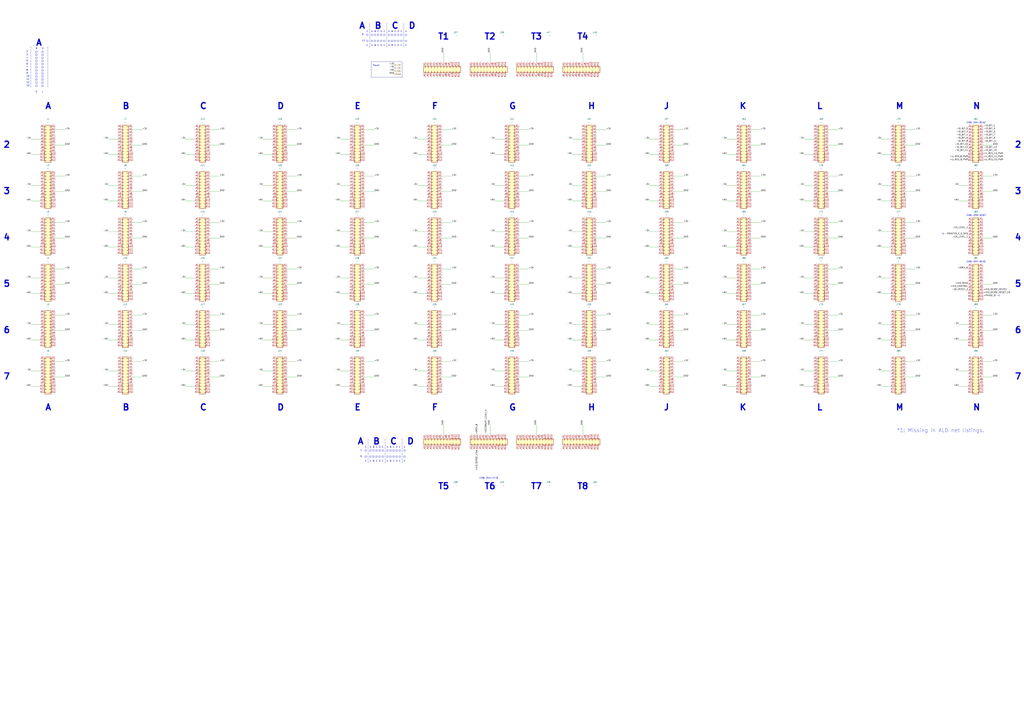
<source format=kicad_sch>
(kicad_sch (version 20211123) (generator eeschema)
  (paper "A1")
  (polyline (pts (xy 306.07 29.21) (xy 306.07 27.94)) (stroke (width 0) (type solid)))
  (wire (pts (xy 596.9 317.5) (xy 604.52 317.5)))
  (polyline (pts (xy 34.29 59.69) (xy 35.56 59.69)) (stroke (width 0) (type solid)))
  (polyline (pts (xy 35.56 50.8) (xy 35.56 49.53)) (stroke (width 0) (type solid)))
  (polyline (pts (xy 300.99 33.02) (xy 300.99 34.29)) (stroke (width 0) (type solid)))
  (polyline (pts (xy 299.72 374.65) (xy 300.99 374.65)) (stroke (width 0) (type solid)))
  (polyline (pts (xy 34.29 52.07) (xy 35.56 52.07)) (stroke (width 0) (type solid)))
  (wire (pts (xy 596.9 228.6) (xy 604.52 228.6)))
  (wire (pts (xy 299.72 144.78) (xy 307.34 144.78)))
  (polyline (pts (xy 34.29 59.69) (xy 34.29 60.96)) (stroke (width 0) (type solid)))
  (wire (pts (xy 152.4 317.5) (xy 160.02 317.5)))
  (polyline (pts (xy 34.29 54.61) (xy 35.56 54.61)) (stroke (width 0) (type solid)))
  (wire (pts (xy 680.72 271.78) (xy 688.34 271.78)))
  (wire (pts (xy 299.72 119.38) (xy 307.34 119.38)))
  (polyline (pts (xy 314.96 370.84) (xy 314.96 369.57)) (stroke (width 0) (type solid)))
  (polyline (pts (xy 331.47 370.84) (xy 332.74 370.84)) (stroke (width 0) (type solid)))
  (wire (pts (xy 152.4 165.1) (xy 160.02 165.1)))
  (polyline (pts (xy 330.2 34.29) (xy 330.2 33.02)) (stroke (width 0) (type solid)))
  (wire (pts (xy 402.59 356.87) (xy 402.59 349.25)))
  (polyline (pts (xy 317.5 369.57) (xy 318.77 369.57)) (stroke (width 0) (type solid)))
  (polyline (pts (xy 34.29 41.91) (xy 34.29 43.18)) (stroke (width 0) (type solid)))
  (wire (pts (xy 215.9 114.3) (xy 223.52 114.3)))
  (wire (pts (xy 25.4 190.5) (xy 33.02 190.5)))
  (polyline (pts (xy 29.21 62.23) (xy 30.48 62.23)) (stroke (width 0) (type solid)))
  (polyline (pts (xy 330.2 63.5) (xy 304.8 63.5)) (stroke (width 0) (type solid)))
  (wire (pts (xy 25.4 266.7) (xy 33.02 266.7)))
  (polyline (pts (xy 30.48 60.96) (xy 30.48 59.69)) (stroke (width 0) (type solid)))
  (wire (pts (xy 363.22 297.18) (xy 370.84 297.18)))
  (wire (pts (xy 807.72 297.18) (xy 815.34 297.18)))
  (wire (pts (xy 490.22 233.68) (xy 497.84 233.68)))
  (wire (pts (xy 25.4 279.4) (xy 33.02 279.4)))
  (wire (pts (xy 490.22 309.88) (xy 497.84 309.88)))
  (polyline (pts (xy 312.42 34.29) (xy 313.69 34.29)) (stroke (width 0) (type solid)))
  (polyline (pts (xy 330.2 360.68) (xy 330.2 381)))
  (polyline (pts (xy 314.96 27.94) (xy 314.96 29.21)) (stroke (width 0) (type solid)))
  (wire (pts (xy 152.4 279.4) (xy 160.02 279.4)))
  (wire (pts (xy 478.79 356.87) (xy 478.79 349.25)))
  (wire (pts (xy 490.22 259.08) (xy 497.84 259.08)))
  (wire (pts (xy 426.72 220.98) (xy 434.34 220.98)))
  (wire (pts (xy 172.72 259.08) (xy 180.34 259.08)))
  (wire (pts (xy 469.9 152.4) (xy 477.52 152.4)))
  (polyline (pts (xy 312.42 375.92) (xy 312.42 374.65)) (stroke (width 0) (type solid)))
  (wire (pts (xy 402.59 50.8) (xy 402.59 43.18)))
  (wire (pts (xy 617.22 144.78) (xy 624.84 144.78)))
  (wire (pts (xy 680.72 144.78) (xy 688.34 144.78)))
  (wire (pts (xy 279.4 127) (xy 287.02 127)))
  (polyline (pts (xy 34.29 44.45) (xy 34.29 45.72)) (stroke (width 0) (type solid)))
  (wire (pts (xy 660.4 317.5) (xy 668.02 317.5)))
  (polyline (pts (xy 34.29 62.23) (xy 35.56 62.23)) (stroke (width 0) (type solid)))
  (polyline (pts (xy 326.39 27.94) (xy 326.39 29.21)) (stroke (width 0) (type solid)))
  (wire (pts (xy 342.9 317.5) (xy 350.52 317.5)))
  (polyline (pts (xy 29.21 52.07) (xy 30.48 52.07)) (stroke (width 0) (type solid)))
  (polyline (pts (xy 320.04 374.65) (xy 321.31 374.65)) (stroke (width 0) (type solid)))
  (polyline (pts (xy 325.12 370.84) (xy 326.39 370.84)) (stroke (width 0) (type solid)))
  (wire (pts (xy 469.9 241.3) (xy 477.52 241.3)))
  (polyline (pts (xy 318.77 33.02) (xy 318.77 34.29)) (stroke (width 0) (type solid)))
  (polyline (pts (xy 35.56 48.26) (xy 35.56 46.99)) (stroke (width 0) (type solid)))
  (polyline (pts (xy 307.34 33.02) (xy 308.61 33.02)) (stroke (width 0) (type solid)))
  (wire (pts (xy 596.9 152.4) (xy 604.52 152.4)))
  (wire (pts (xy 406.4 127) (xy 414.02 127)))
  (polyline (pts (xy 312.42 370.84) (xy 312.42 369.57)) (stroke (width 0) (type solid)))
  (wire (pts (xy 299.72 195.58) (xy 307.34 195.58)))
  (polyline (pts (xy 29.21 44.45) (xy 30.48 44.45)) (stroke (width 0) (type solid)))
  (polyline (pts (xy 300.99 33.02) (xy 302.26 33.02)) (stroke (width 0) (type solid)))
  (wire (pts (xy 279.4 203.2) (xy 287.02 203.2)))
  (polyline (pts (xy 29.21 57.15) (xy 29.21 58.42)) (stroke (width 0) (type solid)))
  (polyline (pts (xy 25.4 38.1) (xy 25.4 72.39)))
  (wire (pts (xy 363.22 144.78) (xy 370.84 144.78)))
  (polyline (pts (xy 29.21 69.85) (xy 30.48 69.85)) (stroke (width 0) (type solid)))
  (wire (pts (xy 172.72 119.38) (xy 180.34 119.38)))
  (polyline (pts (xy 29.21 58.42) (xy 30.48 58.42)) (stroke (width 0) (type solid)))
  (wire (pts (xy 88.9 165.1) (xy 96.52 165.1)))
  (wire (pts (xy 426.72 297.18) (xy 434.34 297.18)))
  (polyline (pts (xy 332.74 34.29) (xy 334.01 34.29)) (stroke (width 0) (type solid)))
  (polyline (pts (xy 313.69 369.57) (xy 314.96 369.57)) (stroke (width 0) (type solid)))
  (wire (pts (xy 490.22 119.38) (xy 497.84 119.38)))
  (wire (pts (xy 553.72 309.88) (xy 561.34 309.88)))
  (wire (pts (xy 406.4 152.4) (xy 414.02 152.4)))
  (wire (pts (xy 660.4 190.5) (xy 668.02 190.5)))
  (polyline (pts (xy 29.21 53.34) (xy 30.48 53.34)) (stroke (width 0) (type solid)))
  (polyline (pts (xy 306.07 375.92) (xy 307.34 375.92)) (stroke (width 0) (type solid)))
  (polyline (pts (xy 322.58 369.57) (xy 322.58 370.84)) (stroke (width 0) (type solid)))
  (wire (pts (xy 342.9 127) (xy 350.52 127)))
  (polyline (pts (xy 314.96 33.02) (xy 316.23 33.02)) (stroke (width 0) (type solid)))
  (wire (pts (xy 596.9 190.5) (xy 604.52 190.5)))
  (wire (pts (xy 533.4 279.4) (xy 541.02 279.4)))
  (wire (pts (xy 744.22 106.68) (xy 751.84 106.68)))
  (polyline (pts (xy 34.29 60.96) (xy 35.56 60.96)) (stroke (width 0) (type solid)))
  (wire (pts (xy 469.9 190.5) (xy 477.52 190.5)))
  (wire (pts (xy 109.22 233.68) (xy 116.84 233.68)))
  (polyline (pts (xy 34.29 53.34) (xy 35.56 53.34)) (stroke (width 0) (type solid)))
  (wire (pts (xy 25.4 165.1) (xy 33.02 165.1)))
  (wire (pts (xy 426.72 144.78) (xy 434.34 144.78)))
  (polyline (pts (xy 331.47 374.65) (xy 331.47 375.92)) (stroke (width 0) (type solid)))
  (polyline (pts (xy 316.23 360.68) (xy 316.23 381)))
  (polyline (pts (xy 307.34 27.94) (xy 307.34 29.21)) (stroke (width 0) (type solid)))
  (wire (pts (xy 88.9 266.7) (xy 96.52 266.7)))
  (wire (pts (xy 172.72 182.88) (xy 180.34 182.88)))
  (wire (pts (xy 88.9 304.8) (xy 96.52 304.8)))
  (polyline (pts (xy 30.48 53.34) (xy 30.48 52.07)) (stroke (width 0) (type solid)))
  (polyline (pts (xy 328.93 33.02) (xy 330.2 33.02)) (stroke (width 0) (type solid)))
  (polyline (pts (xy 307.34 375.92) (xy 307.34 374.65)) (stroke (width 0) (type solid)))
  (wire (pts (xy 236.22 259.08) (xy 243.84 259.08)))
  (wire (pts (xy 490.22 157.48) (xy 497.84 157.48)))
  (polyline (pts (xy 312.42 33.02) (xy 312.42 34.29)) (stroke (width 0) (type solid)))
  (polyline (pts (xy 313.69 29.21) (xy 313.69 27.94)) (stroke (width 0) (type solid)))
  (polyline (pts (xy 322.58 374.65) (xy 322.58 375.92)) (stroke (width 0) (type solid)))
  (wire (pts (xy 279.4 152.4) (xy 287.02 152.4)))
  (wire (pts (xy 807.72 309.88) (xy 815.34 309.88)))
  (polyline (pts (xy 311.15 370.84) (xy 312.42 370.84)) (stroke (width 0) (type solid)))
  (wire (pts (xy 215.9 203.2) (xy 223.52 203.2)))
  (polyline (pts (xy 327.66 374.65) (xy 328.93 374.65)) (stroke (width 0) (type solid)))
  (polyline (pts (xy 323.85 370.84) (xy 323.85 369.57)) (stroke (width 0) (type solid)))
  (wire (pts (xy 723.9 266.7) (xy 731.52 266.7)))
  (polyline (pts (xy 309.88 27.94) (xy 309.88 29.21)) (stroke (width 0) (type solid)))
  (wire (pts (xy 723.9 279.4) (xy 731.52 279.4)))
  (polyline (pts (xy 313.69 370.84) (xy 314.96 370.84)) (stroke (width 0) (type solid)))
  (wire (pts (xy 363.22 119.38) (xy 370.84 119.38)))
  (polyline (pts (xy 29.21 63.5) (xy 30.48 63.5)) (stroke (width 0) (type solid)))
  (polyline (pts (xy 35.56 68.58) (xy 35.56 67.31)) (stroke (width 0) (type solid)))
  (polyline (pts (xy 312.42 27.94) (xy 313.69 27.94)) (stroke (width 0) (type solid)))
  (wire (pts (xy 469.9 279.4) (xy 477.52 279.4)))
  (polyline (pts (xy 325.12 369.57) (xy 326.39 369.57)) (stroke (width 0) (type solid)))
  (wire (pts (xy 787.4 152.4) (xy 795.02 152.4)))
  (polyline (pts (xy 34.29 52.07) (xy 34.29 53.34)) (stroke (width 0) (type solid)))
  (wire (pts (xy 533.4 114.3) (xy 541.02 114.3)))
  (polyline (pts (xy 309.88 27.94) (xy 311.15 27.94)) (stroke (width 0) (type solid)))
  (wire (pts (xy 299.72 259.08) (xy 307.34 259.08)))
  (polyline (pts (xy 29.21 55.88) (xy 30.48 55.88)) (stroke (width 0) (type solid)))
  (polyline (pts (xy 34.29 44.45) (xy 35.56 44.45)) (stroke (width 0) (type solid)))
  (wire (pts (xy 45.72 297.18) (xy 53.34 297.18)))
  (wire (pts (xy 617.22 182.88) (xy 624.84 182.88)))
  (wire (pts (xy 215.9 190.5) (xy 223.52 190.5)))
  (polyline (pts (xy 313.69 374.65) (xy 314.96 374.65)) (stroke (width 0) (type solid)))
  (polyline (pts (xy 304.8 50.8) (xy 330.2 50.8)) (stroke (width 0) (type solid)))
  (wire (pts (xy 215.9 127) (xy 223.52 127)))
  (polyline (pts (xy 34.29 69.85) (xy 35.56 69.85)) (stroke (width 0) (type solid)))
  (wire (pts (xy 553.72 220.98) (xy 561.34 220.98)))
  (wire (pts (xy 744.22 271.78) (xy 751.84 271.78)))
  (wire (pts (xy 553.72 233.68) (xy 561.34 233.68)))
  (polyline (pts (xy 325.12 34.29) (xy 325.12 33.02)) (stroke (width 0) (type solid)))
  (wire (pts (xy 342.9 203.2) (xy 350.52 203.2)))
  (polyline (pts (xy 327.66 369.57) (xy 327.66 370.84)) (stroke (width 0) (type solid)))
  (wire (pts (xy 680.72 220.98) (xy 688.34 220.98)))
  (wire (pts (xy 553.72 271.78) (xy 561.34 271.78)))
  (wire (pts (xy 152.4 266.7) (xy 160.02 266.7)))
  (wire (pts (xy 744.22 182.88) (xy 751.84 182.88)))
  (polyline (pts (xy 316.23 34.29) (xy 316.23 33.02)) (stroke (width 0) (type solid)))
  (wire (pts (xy 109.22 106.68) (xy 116.84 106.68)))
  (polyline (pts (xy 309.88 375.92) (xy 309.88 374.65)) (stroke (width 0) (type solid)))
  (polyline (pts (xy 34.29 43.18) (xy 35.56 43.18)) (stroke (width 0) (type solid)))
  (wire (pts (xy 45.72 182.88) (xy 53.34 182.88)))
  (wire (pts (xy 342.9 266.7) (xy 350.52 266.7)))
  (polyline (pts (xy 312.42 27.94) (xy 312.42 29.21)) (stroke (width 0) (type solid)))
  (wire (pts (xy 744.22 297.18) (xy 751.84 297.18)))
  (polyline (pts (xy 34.29 55.88) (xy 35.56 55.88)) (stroke (width 0) (type solid)))
  (wire (pts (xy 744.22 144.78) (xy 751.84 144.78)))
  (polyline (pts (xy 29.21 45.72) (xy 30.48 45.72)) (stroke (width 0) (type solid)))
  (wire (pts (xy 364.49 50.8) (xy 364.49 43.18)))
  (polyline (pts (xy 318.77 370.84) (xy 318.77 369.57)) (stroke (width 0) (type solid)))
  (polyline (pts (xy 306.07 374.65) (xy 306.07 375.92)) (stroke (width 0) (type solid)))
  (polyline (pts (xy 328.93 27.94) (xy 328.93 29.21)) (stroke (width 0) (type solid)))
  (polyline (pts (xy 327.66 374.65) (xy 327.66 375.92)) (stroke (width 0) (type solid)))
  (wire (pts (xy 723.9 190.5) (xy 731.52 190.5)))
  (wire (pts (xy 152.4 304.8) (xy 160.02 304.8)))
  (polyline (pts (xy 316.23 29.21) (xy 316.23 27.94)) (stroke (width 0) (type solid)))
  (polyline (pts (xy 308.61 34.29) (xy 308.61 33.02)) (stroke (width 0) (type solid)))
  (wire (pts (xy 680.72 119.38) (xy 688.34 119.38)))
  (wire (pts (xy 723.9 127) (xy 731.52 127)))
  (polyline (pts (xy 328.93 370.84) (xy 328.93 369.57)) (stroke (width 0) (type solid)))
  (wire (pts (xy 342.9 241.3) (xy 350.52 241.3)))
  (wire (pts (xy 152.4 127) (xy 160.02 127)))
  (polyline (pts (xy 308.61 374.65) (xy 309.88 374.65)) (stroke (width 0) (type solid)))
  (polyline (pts (xy 322.58 369.57) (xy 323.85 369.57)) (stroke (width 0) (type solid)))
  (polyline (pts (xy 323.85 34.29) (xy 325.12 34.29)) (stroke (width 0) (type solid)))
  (polyline (pts (xy 34.29 54.61) (xy 34.29 55.88)) (stroke (width 0) (type solid)))
  (polyline (pts (xy 307.34 34.29) (xy 308.61 34.29)) (stroke (width 0) (type solid)))
  (polyline (pts (xy 308.61 370.84) (xy 309.88 370.84)) (stroke (width 0) (type solid)))
  (wire (pts (xy 45.72 144.78) (xy 53.34 144.78)))
  (polyline (pts (xy 331.47 19.05) (xy 331.47 39.37)))
  (wire (pts (xy 236.22 119.38) (xy 243.84 119.38)))
  (polyline (pts (xy 29.21 49.53) (xy 29.21 50.8)) (stroke (width 0) (type solid)))
  (polyline (pts (xy 327.66 34.29) (xy 327.66 33.02)) (stroke (width 0) (type solid)))
  (wire (pts (xy 787.4 304.8) (xy 795.02 304.8)))
  (polyline (pts (xy 34.29 66.04) (xy 35.56 66.04)) (stroke (width 0) (type solid)))
  (wire (pts (xy 660.4 114.3) (xy 668.02 114.3)))
  (wire (pts (xy 533.4 317.5) (xy 541.02 317.5)))
  (wire (pts (xy 490.22 144.78) (xy 497.84 144.78)))
  (polyline (pts (xy 29.21 62.23) (xy 29.21 63.5)) (stroke (width 0) (type solid)))
  (wire (pts (xy 45.72 220.98) (xy 53.34 220.98)))
  (polyline (pts (xy 323.85 29.21) (xy 325.12 29.21)) (stroke (width 0) (type solid)))
  (wire (pts (xy 279.4 190.5) (xy 287.02 190.5)))
  (wire (pts (xy 426.72 259.08) (xy 434.34 259.08)))
  (polyline (pts (xy 313.69 369.57) (xy 313.69 370.84)) (stroke (width 0) (type solid)))
  (polyline (pts (xy 34.29 67.31) (xy 35.56 67.31)) (stroke (width 0) (type solid)))
  (wire (pts (xy 215.9 279.4) (xy 223.52 279.4)))
  (wire (pts (xy 553.72 297.18) (xy 561.34 297.18)))
  (polyline (pts (xy 320.04 369.57) (xy 320.04 370.84)) (stroke (width 0) (type solid)))
  (wire (pts (xy 88.9 190.5) (xy 96.52 190.5)))
  (wire (pts (xy 45.72 119.38) (xy 53.34 119.38)))
  (wire (pts (xy 744.22 309.88) (xy 751.84 309.88)))
  (polyline (pts (xy 35.56 63.5) (xy 35.56 62.23)) (stroke (width 0) (type solid)))
  (polyline (pts (xy 30.48 58.42) (xy 30.48 57.15)) (stroke (width 0) (type solid)))
  (wire (pts (xy 680.72 233.68) (xy 688.34 233.68)))
  (wire (pts (xy 596.9 241.3) (xy 604.52 241.3)))
  (wire (pts (xy 660.4 165.1) (xy 668.02 165.1)))
  (polyline (pts (xy 29.21 67.31) (xy 30.48 67.31)) (stroke (width 0) (type solid)))
  (polyline (pts (xy 29.21 59.69) (xy 29.21 60.96)) (stroke (width 0) (type solid)))
  (polyline (pts (xy 35.56 45.72) (xy 35.56 44.45)) (stroke (width 0) (type solid)))
  (polyline (pts (xy 326.39 33.02) (xy 327.66 33.02)) (stroke (width 0) (type solid)))
  (polyline (pts (xy 304.8 370.84) (xy 304.8 369.57)) (stroke (width 0) (type solid)))
  (wire (pts (xy 215.9 152.4) (xy 223.52 152.4)))
  (polyline (pts (xy 311.15 374.65) (xy 311.15 375.92)) (stroke (width 0) (type solid)))
  (wire (pts (xy 88.9 127) (xy 96.52 127)))
  (wire (pts (xy 109.22 182.88) (xy 116.84 182.88)))
  (polyline (pts (xy 35.56 43.18) (xy 35.56 41.91)) (stroke (width 0) (type solid)))
  (polyline (pts (xy 321.31 370.84) (xy 321.31 369.57)) (stroke (width 0) (type solid)))
  (wire (pts (xy 299.72 182.88) (xy 307.34 182.88)))
  (polyline (pts (xy 308.61 369.57) (xy 309.88 369.57)) (stroke (width 0) (type solid)))
  (polyline (pts (xy 34.29 57.15) (xy 35.56 57.15)) (stroke (width 0) (type solid)))
  (polyline (pts (xy 323.85 33.02) (xy 325.12 33.02)) (stroke (width 0) (type solid)))
  (wire (pts (xy 342.9 114.3) (xy 350.52 114.3)))
  (wire (pts (xy 172.72 297.18) (xy 180.34 297.18)))
  (polyline (pts (xy 323.85 27.94) (xy 325.12 27.94)) (stroke (width 0) (type solid)))
  (polyline (pts (xy 318.77 27.94) (xy 318.77 29.21)) (stroke (width 0) (type solid)))
  (wire (pts (xy 533.4 190.5) (xy 541.02 190.5)))
  (wire (pts (xy 236.22 195.58) (xy 243.84 195.58)))
  (polyline (pts (xy 314.96 33.02) (xy 314.96 34.29)) (stroke (width 0) (type solid)))
  (wire (pts (xy 236.22 157.48) (xy 243.84 157.48)))
  (polyline (pts (xy 321.31 29.21) (xy 322.58 29.21)) (stroke (width 0) (type solid)))
  (polyline (pts (xy 330.2 29.21) (xy 330.2 27.94)) (stroke (width 0) (type solid)))
  (polyline (pts (xy 29.21 46.99) (xy 30.48 46.99)) (stroke (width 0) (type solid)))
  (polyline (pts (xy 325.12 374.65) (xy 325.12 375.92)) (stroke (width 0) (type solid)))
  (wire (pts (xy 469.9 165.1) (xy 477.52 165.1)))
  (polyline (pts (xy 304.8 63.5) (xy 304.8 50.8)) (stroke (width 0) (type solid)))
  (wire (pts (xy 215.9 304.8) (xy 223.52 304.8)))
  (wire (pts (xy 426.72 271.78) (xy 434.34 271.78)))
  (polyline (pts (xy 318.77 27.94) (xy 320.04 27.94)) (stroke (width 0) (type solid)))
  (polyline (pts (xy 304.8 375.92) (xy 304.8 374.65)) (stroke (width 0) (type solid)))
  (polyline (pts (xy 29.21 41.91) (xy 29.21 43.18)) (stroke (width 0) (type solid)))
  (wire (pts (xy 88.9 203.2) (xy 96.52 203.2)))
  (wire (pts (xy 553.72 182.88) (xy 561.34 182.88)))
  (wire (pts (xy 279.4 266.7) (xy 287.02 266.7)))
  (polyline (pts (xy 332.74 27.94) (xy 334.01 27.94)) (stroke (width 0) (type solid)))
  (wire (pts (xy 440.69 356.87) (xy 440.69 349.25)))
  (wire (pts (xy 236.22 271.78) (xy 243.84 271.78)))
  (polyline (pts (xy 331.47 375.92) (xy 332.74 375.92)) (stroke (width 0) (type solid)))
  (wire (pts (xy 25.4 152.4) (xy 33.02 152.4)))
  (polyline (pts (xy 34.29 45.72) (xy 35.56 45.72)) (stroke (width 0) (type solid)))
  (wire (pts (xy 807.72 233.68) (xy 815.34 233.68)))
  (polyline (pts (xy 314.96 375.92) (xy 314.96 374.65)) (stroke (width 0) (type solid)))
  (wire (pts (xy 680.72 297.18) (xy 688.34 297.18)))
  (polyline (pts (xy 29.21 66.04) (xy 30.48 66.04)) (stroke (width 0) (type solid)))
  (wire (pts (xy 215.9 266.7) (xy 223.52 266.7)))
  (polyline (pts (xy 302.26 29.21) (xy 302.26 27.94)) (stroke (width 0) (type solid)))
  (polyline (pts (xy 34.29 49.53) (xy 34.29 50.8)) (stroke (width 0) (type solid)))
  (wire (pts (xy 236.22 233.68) (xy 243.84 233.68)))
  (polyline (pts (xy 34.29 46.99) (xy 35.56 46.99)) (stroke (width 0) (type solid)))
  (polyline (pts (xy 29.21 60.96) (xy 30.48 60.96)) (stroke (width 0) (type solid)))
  (wire (pts (xy 299.72 157.48) (xy 307.34 157.48)))
  (polyline (pts (xy 307.34 33.02) (xy 307.34 34.29)) (stroke (width 0) (type solid)))
  (wire (pts (xy 172.72 309.88) (xy 180.34 309.88)))
  (wire (pts (xy 299.72 309.88) (xy 307.34 309.88)))
  (polyline (pts (xy 34.29 49.53) (xy 35.56 49.53)) (stroke (width 0) (type solid)))
  (wire (pts (xy 215.9 241.3) (xy 223.52 241.3)))
  (wire (pts (xy 723.9 165.1) (xy 731.52 165.1)))
  (wire (pts (xy 279.4 317.5) (xy 287.02 317.5)))
  (polyline (pts (xy 304.8 33.02) (xy 306.07 33.02)) (stroke (width 0) (type solid)))
  (wire (pts (xy 45.72 106.68) (xy 53.34 106.68)))
  (wire (pts (xy 363.22 195.58) (xy 370.84 195.58)))
  (wire (pts (xy 787.4 266.7) (xy 795.02 266.7)))
  (wire (pts (xy 88.9 228.6) (xy 96.52 228.6)))
  (polyline (pts (xy 322.58 29.21) (xy 322.58 27.94)) (stroke (width 0) (type solid)))
  (wire (pts (xy 660.4 304.8) (xy 668.02 304.8)))
  (wire (pts (xy 25.4 241.3) (xy 33.02 241.3)))
  (polyline (pts (xy 303.53 19.05) (xy 303.53 39.37)))
  (polyline (pts (xy 313.69 34.29) (xy 313.69 33.02)) (stroke (width 0) (type solid)))
  (polyline (pts (xy 328.93 27.94) (xy 330.2 27.94)) (stroke (width 0) (type solid)))
  (wire (pts (xy 723.9 241.3) (xy 731.52 241.3)))
  (polyline (pts (xy 299.72 369.57) (xy 300.99 369.57)) (stroke (width 0) (type solid)))
  (polyline (pts (xy 326.39 27.94) (xy 327.66 27.94)) (stroke (width 0) (type solid)))
  (polyline (pts (xy 303.53 370.84) (xy 304.8 370.84)) (stroke (width 0) (type solid)))
  (polyline (pts (xy 304.8 33.02) (xy 304.8 34.29)) (stroke (width 0) (type solid)))
  (polyline (pts (xy 34.29 67.31) (xy 34.29 68.58)) (stroke (width 0) (type solid)))
  (polyline (pts (xy 309.88 33.02) (xy 311.15 33.02)) (stroke (width 0) (type solid)))
  (polyline (pts (xy 314.96 27.94) (xy 316.23 27.94)) (stroke (width 0) (type solid)))
  (wire (pts (xy 440.69 50.8) (xy 440.69 43.18)))
  (wire (pts (xy 553.72 106.68) (xy 561.34 106.68)))
  (polyline (pts (xy 30.48 45.72) (xy 30.48 44.45)) (stroke (width 0) (type solid)))
  (polyline (pts (xy 304.8 27.94) (xy 304.8 29.21)) (stroke (width 0) (type solid)))
  (polyline (pts (xy 306.07 369.57) (xy 307.34 369.57)) (stroke (width 0) (type solid)))
  (polyline (pts (xy 34.29 64.77) (xy 35.56 64.77)) (stroke (width 0) (type solid)))
  (polyline (pts (xy 300.99 375.92) (xy 300.99 374.65)) (stroke (width 0) (type solid)))
  (wire (pts (xy 660.4 266.7) (xy 668.02 266.7)))
  (wire (pts (xy 490.22 220.98) (xy 497.84 220.98)))
  (wire (pts (xy 236.22 182.88) (xy 243.84 182.88)))
  (polyline (pts (xy 299.72 370.84) (xy 300.99 370.84)) (stroke (width 0) (type solid)))
  (polyline (pts (xy 35.56 53.34) (xy 35.56 52.07)) (stroke (width 0) (type solid)))
  (polyline (pts (xy 320.04 29.21) (xy 320.04 27.94)) (stroke (width 0) (type solid)))
  (polyline (pts (xy 332.74 29.21) (xy 334.01 29.21)) (stroke (width 0) (type solid)))
  (wire (pts (xy 172.72 220.98) (xy 180.34 220.98)))
  (wire (pts (xy 723.9 304.8) (xy 731.52 304.8)))
  (wire (pts (xy 660.4 241.3) (xy 668.02 241.3)))
  (wire (pts (xy 660.4 203.2) (xy 668.02 203.2)))
  (polyline (pts (xy 307.34 29.21) (xy 308.61 29.21)) (stroke (width 0) (type solid)))
  (polyline (pts (xy 34.29 69.85) (xy 34.29 71.12)) (stroke (width 0) (type solid)))
  (polyline (pts (xy 29.21 48.26) (xy 30.48 48.26)) (stroke (width 0) (type solid)))
  (polyline (pts (xy 321.31 34.29) (xy 322.58 34.29)) (stroke (width 0) (type solid)))
  (polyline (pts (xy 320.04 374.65) (xy 320.04 375.92)) (stroke (width 0) (type solid)))
  (polyline (pts (xy 312.42 29.21) (xy 313.69 29.21)) (stroke (width 0) (type solid)))
  (polyline (pts (xy 308.61 374.65) (xy 308.61 375.92)) (stroke (width 0) (type solid)))
  (polyline (pts (xy 317.5 370.84) (xy 318.77 370.84)) (stroke (width 0) (type solid)))
  (wire (pts (xy 490.22 297.18) (xy 497.84 297.18)))
  (polyline (pts (xy 311.15 34.29) (xy 311.15 33.02)) (stroke (width 0) (type solid)))
  (wire (pts (xy 744.22 233.68) (xy 751.84 233.68)))
  (polyline (pts (xy 318.77 375.92) (xy 318.77 374.65)) (stroke (width 0) (type solid)))
  (wire (pts (xy 680.72 182.88) (xy 688.34 182.88)))
  (wire (pts (xy 596.9 165.1) (xy 604.52 165.1)))
  (polyline (pts (xy 306.07 34.29) (xy 306.07 33.02)) (stroke (width 0) (type solid)))
  (wire (pts (xy 406.4 228.6) (xy 414.02 228.6)))
  (polyline (pts (xy 29.21 57.15) (xy 30.48 57.15)) (stroke (width 0) (type solid)))
  (polyline (pts (xy 29.21 64.77) (xy 30.48 64.77)) (stroke (width 0) (type solid)))
  (polyline (pts (xy 325.12 375.92) (xy 326.39 375.92)) (stroke (width 0) (type solid)))
  (polyline (pts (xy 30.48 43.18) (xy 30.48 41.91)) (stroke (width 0) (type solid)))
  (wire (pts (xy 406.4 165.1) (xy 414.02 165.1)))
  (polyline (pts (xy 309.88 33.02) (xy 309.88 34.29)) (stroke (width 0) (type solid)))
  (wire (pts (xy 617.22 157.48) (xy 624.84 157.48)))
  (polyline (pts (xy 311.15 375.92) (xy 312.42 375.92)) (stroke (width 0) (type solid)))
  (wire (pts (xy 723.9 114.3) (xy 731.52 114.3)))
  (wire (pts (xy 109.22 195.58) (xy 116.84 195.58)))
  (polyline (pts (xy 34.29 71.12) (xy 35.56 71.12)) (stroke (width 0) (type solid)))
  (polyline (pts (xy 29.21 64.77) (xy 29.21 66.04)) (stroke (width 0) (type solid)))
  (wire (pts (xy 172.72 157.48) (xy 180.34 157.48)))
  (polyline (pts (xy 34.29 64.77) (xy 34.29 66.04)) (stroke (width 0) (type solid)))
  (wire (pts (xy 342.9 304.8) (xy 350.52 304.8)))
  (polyline (pts (xy 328.93 29.21) (xy 330.2 29.21)) (stroke (width 0) (type solid)))
  (polyline (pts (xy 39.37 38.1) (xy 39.37 72.39)))
  (wire (pts (xy 807.72 271.78) (xy 815.34 271.78)))
  (polyline (pts (xy 29.21 50.8) (xy 30.48 50.8)) (stroke (width 0) (type solid)))
  (wire (pts (xy 406.4 203.2) (xy 414.02 203.2)))
  (polyline (pts (xy 30.48 55.88) (xy 30.48 54.61)) (stroke (width 0) (type solid)))
  (wire (pts (xy 744.22 195.58) (xy 751.84 195.58)))
  (polyline (pts (xy 29.21 41.91) (xy 30.48 41.91)) (stroke (width 0) (type solid)))
  (wire (pts (xy 553.72 119.38) (xy 561.34 119.38)))
  (wire (pts (xy 25.4 304.8) (xy 33.02 304.8)))
  (wire (pts (xy 172.72 195.58) (xy 180.34 195.58)))
  (wire (pts (xy 279.4 114.3) (xy 287.02 114.3)))
  (wire (pts (xy 406.4 279.4) (xy 414.02 279.4)))
  (wire (pts (xy 596.9 127) (xy 604.52 127)))
  (polyline (pts (xy 332.74 370.84) (xy 332.74 369.57)) (stroke (width 0) (type solid)))
  (wire (pts (xy 807.72 144.78) (xy 815.34 144.78)))
  (wire (pts (xy 109.22 297.18) (xy 116.84 297.18)))
  (polyline (pts (xy 300.99 34.29) (xy 302.26 34.29)) (stroke (width 0) (type solid)))
  (wire (pts (xy 406.4 241.3) (xy 414.02 241.3)))
  (wire (pts (xy 45.72 259.08) (xy 53.34 259.08)))
  (polyline (pts (xy 308.61 29.21) (xy 308.61 27.94)) (stroke (width 0) (type solid)))
  (wire (pts (xy 660.4 228.6) (xy 668.02 228.6)))
  (polyline (pts (xy 331.47 369.57) (xy 331.47 370.84)) (stroke (width 0) (type solid)))
  (wire (pts (xy 25.4 114.3) (xy 33.02 114.3)))
  (polyline (pts (xy 29.21 52.07) (xy 29.21 53.34)) (stroke (width 0) (type solid)))
  (polyline (pts (xy 34.29 46.99) (xy 34.29 48.26)) (stroke (width 0) (type solid)))
  (wire (pts (xy 236.22 297.18) (xy 243.84 297.18)))
  (wire (pts (xy 469.9 114.3) (xy 477.52 114.3)))
  (polyline (pts (xy 322.58 34.29) (xy 322.58 33.02)) (stroke (width 0) (type solid)))
  (wire (pts (xy 426.72 195.58) (xy 434.34 195.58)))
  (wire (pts (xy 299.72 220.98) (xy 307.34 220.98)))
  (polyline (pts (xy 34.29 58.42) (xy 35.56 58.42)) (stroke (width 0) (type solid)))
  (wire (pts (xy 152.4 152.4) (xy 160.02 152.4)))
  (polyline (pts (xy 317.5 19.05) (xy 317.5 39.37)))
  (polyline (pts (xy 320.04 370.84) (xy 321.31 370.84)) (stroke (width 0) (type solid)))
  (polyline (pts (xy 30.48 66.04) (xy 30.48 64.77)) (stroke (width 0) (type solid)))
  (wire (pts (xy 236.22 220.98) (xy 243.84 220.98)))
  (polyline (pts (xy 334.01 34.29) (xy 334.01 33.02)) (stroke (width 0) (type solid)))
  (polyline (pts (xy 311.15 369.57) (xy 312.42 369.57)) (stroke (width 0) (type solid)))
  (polyline (pts (xy 320.04 369.57) (xy 321.31 369.57)) (stroke (width 0) (type solid)))
  (wire (pts (xy 553.72 157.48) (xy 561.34 157.48)))
  (polyline (pts (xy 331.47 369.57) (xy 332.74 369.57)) (stroke (width 0) (type solid)))
  (wire (pts (xy 25.4 317.5) (xy 33.02 317.5)))
  (wire (pts (xy 152.4 114.3) (xy 160.02 114.3)))
  (polyline (pts (xy 318.77 34.29) (xy 320.04 34.29)) (stroke (width 0) (type solid)))
  (wire (pts (xy 596.9 203.2) (xy 604.52 203.2)))
  (wire (pts (xy 109.22 271.78) (xy 116.84 271.78)))
  (wire (pts (xy 299.72 297.18) (xy 307.34 297.18)))
  (wire (pts (xy 469.9 304.8) (xy 477.52 304.8)))
  (polyline (pts (xy 35.56 66.04) (xy 35.56 64.77)) (stroke (width 0) (type solid)))
  (polyline (pts (xy 29.21 54.61) (xy 29.21 55.88)) (stroke (width 0) (type solid)))
  (wire (pts (xy 152.4 203.2) (xy 160.02 203.2)))
  (wire (pts (xy 469.9 228.6) (xy 477.52 228.6)))
  (wire (pts (xy 553.72 259.08) (xy 561.34 259.08)))
  (wire (pts (xy 364.49 356.87) (xy 364.49 349.25)))
  (wire (pts (xy 25.4 127) (xy 33.02 127)))
  (polyline (pts (xy 313.69 375.92) (xy 314.96 375.92)) (stroke (width 0) (type solid)))
  (polyline (pts (xy 321.31 33.02) (xy 321.31 34.29)) (stroke (width 0) (type solid)))
  (polyline (pts (xy 322.58 375.92) (xy 323.85 375.92)) (stroke (width 0) (type solid)))
  (polyline (pts (xy 34.29 68.58) (xy 35.56 68.58)) (stroke (width 0) (type solid)))
  (wire (pts (xy 215.9 228.6) (xy 223.52 228.6)))
  (polyline (pts (xy 330.2 50.8) (xy 330.2 63.5)) (stroke (width 0) (type solid)))
  (wire (pts (xy 363.22 106.68) (xy 370.84 106.68)))
  (polyline (pts (xy 35.56 58.42) (xy 35.56 57.15)) (stroke (width 0) (type solid)))
  (wire (pts (xy 406.4 317.5) (xy 414.02 317.5)))
  (wire (pts (xy 45.72 233.68) (xy 53.34 233.68)))
  (wire (pts (xy 215.9 165.1) (xy 223.52 165.1)))
  (wire (pts (xy 680.72 259.08) (xy 688.34 259.08)))
  (polyline (pts (xy 29.21 68.58) (xy 30.48 68.58)) (stroke (width 0) (type solid)))
  (wire (pts (xy 490.22 271.78) (xy 497.84 271.78)))
  (polyline (pts (xy 30.48 71.12) (xy 30.48 69.85)) (stroke (width 0) (type solid)))
  (wire (pts (xy 342.9 152.4) (xy 350.52 152.4)))
  (wire (pts (xy 660.4 127) (xy 668.02 127)))
  (wire (pts (xy 172.72 106.68) (xy 180.34 106.68)))
  (polyline (pts (xy 332.74 33.02) (xy 334.01 33.02)) (stroke (width 0) (type solid)))
  (wire (pts (xy 490.22 106.68) (xy 497.84 106.68)))
  (wire (pts (xy 172.72 144.78) (xy 180.34 144.78)))
  (polyline (pts (xy 307.34 370.84) (xy 307.34 369.57)) (stroke (width 0) (type solid)))
  (polyline (pts (xy 307.34 27.94) (xy 308.61 27.94)) (stroke (width 0) (type solid)))
  (polyline (pts (xy 314.96 34.29) (xy 316.23 34.29)) (stroke (width 0) (type solid)))
  (polyline (pts (xy 317.5 374.65) (xy 318.77 374.65)) (stroke (width 0) (type solid)))
  (polyline (pts (xy 299.72 369.57) (xy 299.72 370.84)) (stroke (width 0) (type solid)))
  (wire (pts (xy 88.9 152.4) (xy 96.52 152.4)))
  (polyline (pts (xy 317.5 369.57) (xy 317.5 370.84)) (stroke (width 0) (type solid)))
  (polyline (pts (xy 302.26 360.68) (xy 302.26 381)))
  (wire (pts (xy 45.72 309.88) (xy 53.34 309.88)))
  (polyline (pts (xy 300.99 29.21) (xy 302.26 29.21)) (stroke (width 0) (type solid)))
  (polyline (pts (xy 325.12 374.65) (xy 326.39 374.65)) (stroke (width 0) (type solid)))
  (polyline (pts (xy 30.48 48.26) (xy 30.48 46.99)) (stroke (width 0) (type solid)))
  (polyline (pts (xy 306.07 370.84) (xy 307.34 370.84)) (stroke (width 0) (type solid)))
  (polyline (pts (xy 326.39 29.21) (xy 327.66 29.21)) (stroke (width 0) (type solid)))
  (polyline (pts (xy 320.04 34.29) (xy 320.04 33.02)) (stroke (width 0) (type solid)))
  (wire (pts (xy 279.4 279.4) (xy 287.02 279.4)))
  (polyline (pts (xy 311.15 369.57) (xy 311.15 370.84)) (stroke (width 0) (type solid)))
  (wire (pts (xy 109.22 309.88) (xy 116.84 309.88)))
  (wire (pts (xy 490.22 182.88) (xy 497.84 182.88)))
  (polyline (pts (xy 306.07 374.65) (xy 307.34 374.65)) (stroke (width 0) (type solid)))
  (wire (pts (xy 680.72 309.88) (xy 688.34 309.88)))
  (polyline (pts (xy 327.66 29.21) (xy 327.66 27.94)) (stroke (width 0) (type solid)))
  (wire (pts (xy 533.4 304.8) (xy 541.02 304.8)))
  (wire (pts (xy 109.22 259.08) (xy 116.84 259.08)))
  (polyline (pts (xy 35.56 60.96) (xy 35.56 59.69)) (stroke (width 0) (type solid)))
  (wire (pts (xy 490.22 195.58) (xy 497.84 195.58)))
  (polyline (pts (xy 308.61 375.92) (xy 309.88 375.92)) (stroke (width 0) (type solid)))
  (wire (pts (xy 88.9 317.5) (xy 96.52 317.5)))
  (wire (pts (xy 787.4 279.4) (xy 795.02 279.4)))
  (wire (pts (xy 342.9 165.1) (xy 350.52 165.1)))
  (polyline (pts (xy 328.93 375.92) (xy 328.93 374.65)) (stroke (width 0) (type solid)))
  (wire (pts (xy 299.72 271.78) (xy 307.34 271.78)))
  (wire (pts (xy 45.72 157.48) (xy 53.34 157.48)))
  (polyline (pts (xy 312.42 33.02) (xy 313.69 33.02)) (stroke (width 0) (type solid)))
  (wire (pts (xy 426.72 233.68) (xy 434.34 233.68)))
  (polyline (pts (xy 34.29 50.8) (xy 35.56 50.8)) (stroke (width 0) (type solid)))
  (wire (pts (xy 109.22 119.38) (xy 116.84 119.38)))
  (wire (pts (xy 279.4 241.3) (xy 287.02 241.3)))
  (wire (pts (xy 617.22 106.68) (xy 624.84 106.68)))
  (polyline (pts (xy 29.21 49.53) (xy 30.48 49.53)) (stroke (width 0) (type solid)))
  (wire (pts (xy 45.72 271.78) (xy 53.34 271.78)))
  (wire (pts (xy 680.72 157.48) (xy 688.34 157.48)))
  (polyline (pts (xy 30.48 50.8) (xy 30.48 49.53)) (stroke (width 0) (type solid)))
  (wire (pts (xy 807.72 119.38) (xy 815.34 119.38)))
  (wire (pts (xy 236.22 309.88) (xy 243.84 309.88)))
  (polyline (pts (xy 309.88 34.29) (xy 311.15 34.29)) (stroke (width 0) (type solid)))
  (polyline (pts (xy 311.15 374.65) (xy 312.42 374.65)) (stroke (width 0) (type solid)))
  (wire (pts (xy 617.22 297.18) (xy 624.84 297.18)))
  (wire (pts (xy 533.4 266.7) (xy 541.02 266.7)))
  (polyline (pts (xy 313.69 374.65) (xy 313.69 375.92)) (stroke (width 0) (type solid)))
  (wire (pts (xy 533.4 203.2) (xy 541.02 203.2)))
  (wire (pts (xy 88.9 279.4) (xy 96.52 279.4)))
  (wire (pts (xy 109.22 157.48) (xy 116.84 157.48)))
  (polyline (pts (xy 306.07 369.57) (xy 306.07 370.84)) (stroke (width 0) (type solid)))
  (wire (pts (xy 478.79 50.8) (xy 478.79 43.18)))
  (wire (pts (xy 617.22 195.58) (xy 624.84 195.58)))
  (polyline (pts (xy 332.74 375.92) (xy 332.74 374.65)) (stroke (width 0) (type solid)))
  (wire (pts (xy 787.4 165.1) (xy 795.02 165.1)))
  (polyline (pts (xy 300.99 370.84) (xy 300.99 369.57)) (stroke (width 0) (type solid)))
  (wire (pts (xy 723.9 317.5) (xy 731.52 317.5)))
  (wire (pts (xy 660.4 152.4) (xy 668.02 152.4)))
  (polyline (pts (xy 325.12 29.21) (xy 325.12 27.94)) (stroke (width 0) (type solid)))
  (wire (pts (xy 406.4 304.8) (xy 414.02 304.8)))
  (wire (pts (xy 406.4 190.5) (xy 414.02 190.5)))
  (wire (pts (xy 617.22 233.68) (xy 624.84 233.68)))
  (polyline (pts (xy 331.47 374.65) (xy 332.74 374.65)) (stroke (width 0) (type solid)))
  (wire (pts (xy 469.9 317.5) (xy 477.52 317.5)))
  (wire (pts (xy 25.4 203.2) (xy 33.02 203.2)))
  (wire (pts (xy 617.22 309.88) (xy 624.84 309.88)))
  (polyline (pts (xy 321.31 27.94) (xy 321.31 29.21)) (stroke (width 0) (type solid)))
  (wire (pts (xy 744.22 259.08) (xy 751.84 259.08)))
  (polyline (pts (xy 308.61 369.57) (xy 308.61 370.84)) (stroke (width 0) (type solid)))
  (polyline (pts (xy 328.93 34.29) (xy 330.2 34.29)) (stroke (width 0) (type solid)))
  (wire (pts (xy 596.9 279.4) (xy 604.52 279.4)))
  (wire (pts (xy 723.9 203.2) (xy 731.52 203.2)))
  (polyline (pts (xy 328.93 33.02) (xy 328.93 34.29)) (stroke (width 0) (type solid)))
  (wire (pts (xy 406.4 114.3) (xy 414.02 114.3)))
  (polyline (pts (xy 34.29 41.91) (xy 35.56 41.91)) (stroke (width 0) (type solid)))
  (wire (pts (xy 617.22 119.38) (xy 624.84 119.38)))
  (wire (pts (xy 88.9 114.3) (xy 96.52 114.3)))
  (polyline (pts (xy 299.72 375.92) (xy 300.99 375.92)) (stroke (width 0) (type solid)))
  (polyline (pts (xy 325.12 369.57) (xy 325.12 370.84)) (stroke (width 0) (type solid)))
  (wire (pts (xy 533.4 152.4) (xy 541.02 152.4)))
  (wire (pts (xy 426.72 182.88) (xy 434.34 182.88)))
  (polyline (pts (xy 334.01 29.21) (xy 334.01 27.94)) (stroke (width 0) (type solid)))
  (wire (pts (xy 363.22 157.48) (xy 370.84 157.48)))
  (wire (pts (xy 680.72 195.58) (xy 688.34 195.58)))
  (polyline (pts (xy 29.21 67.31) (xy 29.21 68.58)) (stroke (width 0) (type solid)))
  (polyline (pts (xy 300.99 27.94) (xy 302.26 27.94)) (stroke (width 0) (type solid)))
  (polyline (pts (xy 327.66 375.92) (xy 328.93 375.92)) (stroke (width 0) (type solid)))
  (polyline (pts (xy 303.53 369.57) (xy 303.53 370.84)) (stroke (width 0) (type solid)))
  (polyline (pts (xy 320.04 375.92) (xy 321.31 375.92)) (stroke (width 0) (type solid)))
  (wire (pts (xy 807.72 259.08) (xy 815.34 259.08)))
  (wire (pts (xy 152.4 228.6) (xy 160.02 228.6)))
  (polyline (pts (xy 34.29 62.23) (xy 34.29 63.5)) (stroke (width 0) (type solid)))
  (polyline (pts (xy 326.39 34.29) (xy 327.66 34.29)) (stroke (width 0) (type solid)))
  (polyline (pts (xy 317.5 375.92) (xy 318.77 375.92)) (stroke (width 0) (type solid)))
  (wire (pts (xy 426.72 157.48) (xy 434.34 157.48)))
  (wire (pts (xy 279.4 304.8) (xy 287.02 304.8)))
  (polyline (pts (xy 311.15 29.21) (xy 311.15 27.94)) (stroke (width 0) (type solid)))
  (polyline (pts (xy 34.29 57.15) (xy 34.29 58.42)) (stroke (width 0) (type solid)))
  (wire (pts (xy 596.9 266.7) (xy 604.52 266.7)))
  (polyline (pts (xy 304.8 34.29) (xy 306.07 34.29)) (stroke (width 0) (type solid)))
  (wire (pts (xy 617.22 220.98) (xy 624.84 220.98)))
  (wire (pts (xy 342.9 228.6) (xy 350.52 228.6)))
  (wire (pts (xy 787.4 317.5) (xy 795.02 317.5)))
  (wire (pts (xy 279.4 228.6) (xy 287.02 228.6)))
  (polyline (pts (xy 326.39 33.02) (xy 326.39 34.29)) (stroke (width 0) (type solid)))
  (wire (pts (xy 342.9 190.5) (xy 350.52 190.5)))
  (polyline (pts (xy 327.66 369.57) (xy 328.93 369.57)) (stroke (width 0) (type solid)))
  (polyline (pts (xy 321.31 33.02) (xy 322.58 33.02)) (stroke (width 0) (type solid)))
  (wire (pts (xy 723.9 228.6) (xy 731.52 228.6)))
  (polyline (pts (xy 29.21 59.69) (xy 30.48 59.69)) (stroke (width 0) (type solid)))
  (polyline (pts (xy 304.8 27.94) (xy 306.07 27.94)) (stroke (width 0) (type solid)))
  (wire (pts (xy 109.22 144.78) (xy 116.84 144.78)))
  (wire (pts (xy 172.72 271.78) (xy 180.34 271.78)))
  (polyline (pts (xy 323.85 27.94) (xy 323.85 29.21)) (stroke (width 0) (type solid)))
  (wire (pts (xy 553.72 144.78) (xy 561.34 144.78)))
  (polyline (pts (xy 322.58 374.65) (xy 323.85 374.65)) (stroke (width 0) (type solid)))
  (wire (pts (xy 299.72 106.68) (xy 307.34 106.68)))
  (polyline (pts (xy 34.29 63.5) (xy 35.56 63.5)) (stroke (width 0) (type solid)))
  (polyline (pts (xy 317.5 374.65) (xy 317.5 375.92)) (stroke (width 0) (type solid)))
  (polyline (pts (xy 326.39 375.92) (xy 326.39 374.65)) (stroke (width 0) (type solid)))
  (wire (pts (xy 426.72 119.38) (xy 434.34 119.38)))
  (wire (pts (xy 596.9 114.3) (xy 604.52 114.3)))
  (wire (pts (xy 279.4 165.1) (xy 287.02 165.1)))
  (wire (pts (xy 553.72 195.58) (xy 561.34 195.58)))
  (polyline (pts (xy 332.74 33.02) (xy 332.74 34.29)) (stroke (width 0) (type solid)))
  (polyline (pts (xy 321.31 375.92) (xy 321.31 374.65)) (stroke (width 0) (type solid)))
  (polyline (pts (xy 318.77 29.21) (xy 320.04 29.21)) (stroke (width 0) (type solid)))
  (wire (pts (xy 152.4 241.3) (xy 160.02 241.3)))
  (wire (pts (xy 45.72 195.58) (xy 53.34 195.58)))
  (polyline (pts (xy 35.56 55.88) (xy 35.56 54.61)) (stroke (width 0) (type solid)))
  (wire (pts (xy 744.22 157.48) (xy 751.84 157.48)))
  (polyline (pts (xy 314.96 29.21) (xy 316.23 29.21)) (stroke (width 0) (type solid)))
  (polyline (pts (xy 299.72 374.65) (xy 299.72 375.92)) (stroke (width 0) (type solid)))
  (polyline (pts (xy 302.26 34.29) (xy 302.26 33.02)) (stroke (width 0) (type solid)))
  (polyline (pts (xy 29.21 71.12) (xy 30.48 71.12)) (stroke (width 0) (type solid)))
  (wire (pts (xy 723.9 152.4) (xy 731.52 152.4)))
  (wire (pts (xy 807.72 157.48) (xy 815.34 157.48)))
  (wire (pts (xy 88.9 241.3) (xy 96.52 241.3)))
  (polyline (pts (xy 35.56 71.12) (xy 35.56 69.85)) (stroke (width 0) (type solid)))
  (polyline (pts (xy 30.48 63.5) (xy 30.48 62.23)) (stroke (width 0) (type solid)))
  (wire (pts (xy 469.9 266.7) (xy 477.52 266.7)))
  (wire (pts (xy 236.22 144.78) (xy 243.84 144.78)))
  (polyline (pts (xy 326.39 370.84) (xy 326.39 369.57)) (stroke (width 0) (type solid)))
  (polyline (pts (xy 34.29 48.26) (xy 35.56 48.26)) (stroke (width 0) (type solid)))
  (wire (pts (xy 533.4 127) (xy 541.02 127)))
  (polyline (pts (xy 303.53 374.65) (xy 303.53 375.92)) (stroke (width 0) (type solid)))
  (wire (pts (xy 363.22 220.98) (xy 370.84 220.98)))
  (wire (pts (xy 363.22 259.08) (xy 370.84 259.08)))
  (wire (pts (xy 426.72 106.68) (xy 434.34 106.68)))
  (wire (pts (xy 596.9 304.8) (xy 604.52 304.8)))
  (wire (pts (xy 533.4 228.6) (xy 541.02 228.6)))
  (polyline (pts (xy 29.21 43.18) (xy 30.48 43.18)) (stroke (width 0) (type solid)))
  (polyline (pts (xy 29.21 54.61) (xy 30.48 54.61)) (stroke (width 0) (type solid)))
  (polyline (pts (xy 300.99 27.94) (xy 300.99 29.21)) (stroke (width 0) (type solid)))
  (wire (pts (xy 617.22 259.08) (xy 624.84 259.08)))
  (polyline (pts (xy 323.85 375.92) (xy 323.85 374.65)) (stroke (width 0) (type solid)))
  (polyline (pts (xy 304.8 29.21) (xy 306.07 29.21)) (stroke (width 0) (type solid)))
  (wire (pts (xy 744.22 119.38) (xy 751.84 119.38)))
  (wire (pts (xy 660.4 279.4) (xy 668.02 279.4)))
  (polyline (pts (xy 30.48 68.58) (xy 30.48 67.31)) (stroke (width 0) (type solid)))
  (polyline (pts (xy 303.53 369.57) (xy 304.8 369.57)) (stroke (width 0) (type solid)))
  (polyline (pts (xy 29.21 44.45) (xy 29.21 45.72)) (stroke (width 0) (type solid)))
  (wire (pts (xy 25.4 228.6) (xy 33.02 228.6)))
  (polyline (pts (xy 29.21 69.85) (xy 29.21 71.12)) (stroke (width 0) (type solid)))
  (wire (pts (xy 533.4 165.1) (xy 541.02 165.1)))
  (wire (pts (xy 363.22 309.88) (xy 370.84 309.88)))
  (wire (pts (xy 363.22 233.68) (xy 370.84 233.68)))
  (polyline (pts (xy 327.66 370.84) (xy 328.93 370.84)) (stroke (width 0) (type solid)))
  (wire (pts (xy 342.9 279.4) (xy 350.52 279.4)))
  (wire (pts (xy 172.72 233.68) (xy 180.34 233.68)))
  (wire (pts (xy 363.22 271.78) (xy 370.84 271.78)))
  (wire (pts (xy 533.4 241.3) (xy 541.02 241.3)))
  (polyline (pts (xy 322.58 370.84) (xy 323.85 370.84)) (stroke (width 0) (type solid)))
  (wire (pts (xy 469.9 127) (xy 477.52 127)))
  (polyline (pts (xy 332.74 27.94) (xy 332.74 29.21)) (stroke (width 0) (type solid)))
  (wire (pts (xy 406.4 266.7) (xy 414.02 266.7)))
  (polyline (pts (xy 321.31 27.94) (xy 322.58 27.94)) (stroke (width 0) (type solid)))
  (wire (pts (xy 807.72 195.58) (xy 815.34 195.58)))
  (wire (pts (xy 680.72 106.68) (xy 688.34 106.68)))
  (polyline (pts (xy 309.88 29.21) (xy 311.15 29.21)) (stroke (width 0) (type solid)))
  (polyline (pts (xy 29.21 46.99) (xy 29.21 48.26)) (stroke (width 0) (type solid)))
  (wire (pts (xy 152.4 190.5) (xy 160.02 190.5)))
  (polyline (pts (xy 303.53 374.65) (xy 304.8 374.65)) (stroke (width 0) (type solid)))
  (polyline (pts (xy 309.88 370.84) (xy 309.88 369.57)) (stroke (width 0) (type solid)))
  (polyline (pts (xy 318.77 33.02) (xy 320.04 33.02)) (stroke (width 0) (type solid)))
  (polyline (pts (xy 303.53 375.92) (xy 304.8 375.92)) (stroke (width 0) (type solid)))
  (wire (pts (xy 109.22 220.98) (xy 116.84 220.98)))
  (wire (pts (xy 469.9 203.2) (xy 477.52 203.2)))
  (wire (pts (xy 744.22 220.98) (xy 751.84 220.98)))
  (wire (pts (xy 236.22 106.68) (xy 243.84 106.68)))
  (wire (pts (xy 299.72 233.68) (xy 307.34 233.68)))
  (wire (pts (xy 215.9 317.5) (xy 223.52 317.5)))
  (wire (pts (xy 363.22 182.88) (xy 370.84 182.88)))
  (wire (pts (xy 426.72 309.88) (xy 434.34 309.88)))
  (polyline (pts (xy 323.85 33.02) (xy 323.85 34.29)) (stroke (width 0) (type solid)))
  (wire (pts (xy 617.22 271.78) (xy 624.84 271.78)))
  (text "7" (at 833.12 312.42 0) (effects (font (size 5 5) (thickness 1) bold) (justify left bottom)))
  (text "K" (at 607.06 337.82 0) (effects (font (size 5 5) (thickness 1) bold) (justify left bottom)))
  (text "D" (at 326.39 26.67 0) (effects (font (size 1.27 1.27)) (justify left bottom)))
  (text "E" (at 314.96 26.67 0) (effects (font (size 1.27 1.27)) (justify left bottom)))
  (text "E" (at 290.83 90.17 0) (effects (font (size 5 5) (thickness 1) bold) (justify left bottom)))
  (text "G" (at 29.21 76.2 0) (effects (font (size 1.27 1.27)) (justify left bottom)))
  (text "M" (at 735.33 337.82 0) (effects (font (size 5 5) (thickness 1) bold) (justify left bottom)))
  (text "8" (at 21.59 58.42 0) (effects (font (size 1.27 1.27)) (justify left bottom)))
  (text "D" (at 325.12 379.73 0) (effects (font (size 1.27 1.27)) (justify left bottom)))
  (text "C" (at 309.88 26.67 0) (effects (font (size 1.27 1.27)) (justify left bottom)))
  (text "E" (at 300.99 38.1 0) (effects (font (size 1.27 1.27)) (justify left bottom)))
  (text "13" (at 21.59 71.12 0) (effects (font (size 1.27 1.27)) (justify left bottom)))
  (text "T1" (at 359.41 33.02 0) (effects (font (size 5 5) (thickness 1) bold) (justify left bottom)))
  (text "G" (at 417.83 337.82 0) (effects (font (size 5 5) (thickness 1) bold) (justify left bottom)))
  (text "B" (at 321.31 26.67 0) (effects (font (size 1.27 1.27)) (justify left bottom)))
  (text "5" (at 833.12 236.22 0) (effects (font (size 5 5) (thickness 1) bold) (justify left bottom)))
  (text "B" (at 306.07 368.3 0) (effects (font (size 1.27 1.27)) (justify left bottom)))
  (text "A" (at 317.5 368.3 0) (effects (font (size 1.27 1.27)) (justify left bottom)))
  (text "B" (at 29.21 40.64 0) (effects (font (size 1.27 1.27)) (justify left bottom)))
  (text "T8" (at 473.71 402.59 0) (effects (font (size 5 5) (thickness 1) bold) (justify left bottom)))
  (text "6" (at 2.54 274.32 0) (effects (font (size 5 5) (thickness 1) bold) (justify left bottom)))
  (text "D" (at 335.28 24.13 0) (effects (font (size 5 5) (thickness 1) bold) (justify left bottom)))
  (text "C" (at 320.04 365.76 0) (effects (font (size 5 5) (thickness 1) bold) (justify left bottom)))
  (text "N" (at 798.83 337.82 0) (effects (font (size 5 5) (thickness 1) bold) (justify left bottom)))
  (text "CABL 01A-B1A5" (at 793.75 215.9 0) (effects (font (size 1.27 1.27)) (justify left bottom)))
  (text "T4" (at 473.71 33.02 0) (effects (font (size 5 5) (thickness 1) bold) (justify left bottom)))
  (text "B" (at 307.34 38.1 0) (effects (font (size 1.27 1.27)) (justify left bottom)))
  (text "11" (at 297.18 34.29 0) (effects (font (size 1.27 1.27)) (justify left bottom)))
  (text "M" (at 735.33 90.17 0) (effects (font (size 5 5) (thickness 1) bold) (justify left bottom)))
  (text "D" (at 334.01 365.76 0) (effects (font (size 5 5) (thickness 1) bold) (justify left bottom)))
  (text "D" (at 325.12 368.3 0) (effects (font (size 1.27 1.27)) (justify left bottom)))
  (text "E" (at 328.93 38.1 0) (effects (font (size 1.27 1.27)) (justify left bottom)))
  (text "T3" (at 435.61 33.02 0) (effects (font (size 5 5) (thickness 1) bold) (justify left bottom)))
  (text "CABL 01A-B1A2" (at 793.75 101.6 0) (effects (font (size 1.27 1.27)) (justify left bottom)))
  (text "CABL 01B-B1B7" (at 793.75 177.8 0) (effects (font (size 1.27 1.27)) (justify left bottom)))
  (text "A" (at 293.37 365.76 0) (effects (font (size 5 5) (thickness 1) bold) (justify left bottom)))
  (text "3" (at 833.12 160.02 0) (effects (font (size 5 5) (thickness 1) bold) (justify left bottom)))
  (text "D" (at 34.29 40.64 0) (effects (font (size 1.27 1.27)) (justify left bottom)))
  (text "E" (at 327.66 368.3 0) (effects (font (size 1.27 1.27)) (justify left bottom)))
  (text "D" (at 326.39 38.1 0) (effects (font (size 1.27 1.27)) (justify left bottom)))
  (text "C" (at 322.58 379.73 0) (effects (font (size 1.27 1.27)) (justify left bottom)))
  (text "H" (at 482.6 90.17 0) (effects (font (size 5 5) (thickness 1) bold) (justify left bottom)))
  (text "*1" (at 819.15 243.84 0) (effects (font (size 1.27 1.27)) (justify left bottom)))
  (text "K" (at 607.06 90.17 0) (effects (font (size 5 5) (thickness 1) bold) (justify left bottom)))
  (text "A" (at 331.47 368.3 0) (effects (font (size 1.27 1.27)) (justify left bottom)))
  (text "E" (at 313.69 368.3 0) (effects (font (size 1.27 1.27)) (justify left bottom)))
  (text "D" (at 311.15 368.3 0) (effects (font (size 1.27 1.27)) (justify left bottom)))
  (text "E" (at 299.72 368.3 0) (effects (font (size 1.27 1.27)) (justify left bottom)))
  (text "E" (at 290.83 337.82 0) (effects (font (size 5 5) (thickness 1) bold) (justify left bottom)))
  (text "C" (at 163.83 90.17 0) (effects (font (size 5 5) (thickness 1) bold) (justify left bottom)))
  (text "A" (at 318.77 38.1 0) (effects (font (size 1.27 1.27)) (justify left bottom)))
  (text "A" (at 304.8 38.1 0) (effects (font (size 1.27 1.27)) (justify left bottom)))
  (text "C" (at 323.85 38.1 0) (effects (font (size 1.27 1.27)) (justify left bottom)))
  (text "T2" (at 397.51 33.02 0) (effects (font (size 5 5) (thickness 1) bold) (justify left bottom)))
  (text "J" (at 544.83 90.17 0) (effects (font (size 5 5) (thickness 1) bold) (justify left bottom)))
  (text "A" (at 332.74 26.67 0) (effects (font (size 1.27 1.27)) (justify left bottom)))
  (text "L" (at 670.56 90.17 0) (effects (font (size 5 5) (thickness 1) bold) (justify left bottom)))
  (text "J" (at 544.83 337.82 0) (effects (font (size 5 5) (thickness 1) bold) (justify left bottom)))
  (text "4" (at 21.59 48.26 0) (effects (font (size 1.27 1.27)) (justify left bottom)))
  (text "T5" (at 359.41 402.59 0) (effects (font (size 5 5) (thickness 1) bold) (justify left bottom)))
  (text "L" (at 670.56 337.82 0) (effects (font (size 5 5) (thickness 1) bold) (justify left bottom)))
  (text "A" (at 331.47 379.73 0) (effects (font (size 1.27 1.27)) (justify left bottom)))
  (text "B" (at 320.04 368.3 0) (effects (font (size 1.27 1.27)) (justify left bottom)))
  (text "C" (at 308.61 368.3 0) (effects (font (size 1.27 1.27)) (justify left bottom)))
  (text "CABL 01A-C1T6" (at 393.7 393.7 0) (effects (font (size 1.27 1.27)) (justify left bottom)))
  (text "12" (at 21.59 68.58 0) (effects (font (size 1.27 1.27)) (justify left bottom)))
  (text "E" (at 328.93 26.67 0) (effects (font (size 1.27 1.27)) (justify left bottom)))
  (text "D" (at 312.42 38.1 0) (effects (font (size 1.27 1.27)) (justify left bottom)))
  (text "Power" (at 306.07 54.61 0) (effects (font (size 1.27 1.27)) (justify left bottom)))
  (text "C" (at 321.31 24.13 0) (effects (font (size 5 5) (thickness 1) bold) (justify left bottom)))
  (text "6" (at 833.12 274.32 0) (effects (font (size 5 5) (thickness 1) bold) (justify left bottom)))
  (text "C" (at 309.88 38.1 0) (effects (font (size 1.27 1.27)) (justify left bottom)))
  (text "*1" (at 773.43 193.04 0) (effects (font (size 1.27 1.27)) (justify left bottom)))
  (text "2" (at 833.12 121.92 0) (effects (font (size 5 5) (thickness 1) bold) (justify left bottom)))
  (text "E" (at 327.66 379.73 0) (effects (font (size 1.27 1.27)) (justify left bottom)))
  (text "3" (at 2.54 160.02 0) (effects (font (size 5 5) (thickness 1) bold) (justify left bottom)))
  (text "H" (at 482.6 337.82 0) (effects (font (size 5 5) (thickness 1) bold) (justify left bottom)))
  (text "9" (at 297.18 29.21 0) (effects (font (size 1.27 1.27)) (justify left bottom)))
  (text "G" (at 417.83 90.17 0) (effects (font (size 5 5) (thickness 1) bold) (justify left bottom)))
  (text "5" (at 21.59 50.8 0) (effects (font (size 1.27 1.27)) (justify left bottom)))
  (text "C" (at 323.85 26.67 0) (effects (font (size 1.27 1.27)) (justify left bottom)))
  (text "4" (at 295.91 370.84 0) (effects (font (size 1.27 1.27)) (justify left bottom)))
  (text "4" (at 2.54 198.12 0) (effects (font (size 5 5) (thickness 1) bold) (justify left bottom)))
  (text "F" (at 354.33 337.82 0) (effects (font (size 5 5) (thickness 1) bold) (justify left bottom)))
  (text "F" (at 354.33 90.17 0) (effects (font (size 5 5) (thickness 1) bold) (justify left bottom)))
  (text "E" (at 300.99 26.67 0) (effects (font (size 1.27 1.27)) (justify left bottom)))
  (text "D" (at 227.33 90.17 0) (effects (font (size 5 5) (thickness 1) bold) (justify left bottom)))
  (text "A" (at 332.74 38.1 0) (effects (font (size 1.27 1.27)) (justify left bottom)))
  (text "T7" (at 435.61 402.59 0) (effects (font (size 5 5) (thickness 1) bold) (justify left bottom)))
  (text "E" (at 313.69 379.73 0) (effects (font (size 1.27 1.27)) (justify left bottom)))
  (text "C" (at 322.58 368.3 0) (effects (font (size 1.27 1.27)) (justify left bottom)))
  (text "10" (at 21.59 63.5 0) (effects (font (size 1.27 1.27)) (justify left bottom)))
  (text "B" (at 306.07 365.76 0) (effects (font (size 5 5) (thickness 1) bold) (justify left bottom)))
  (text "11" (at 21.59 66.04 0) (effects (font (size 1.27 1.27)) (justify left bottom)))
  (text "D" (at 311.15 379.73 0) (effects (font (size 1.27 1.27)) (justify left bottom)))
  (text "B" (at 307.34 26.67 0) (effects (font (size 1.27 1.27)) (justify left bottom)))
  (text "J" (at 34.29 76.2 0) (effects (font (size 1.27 1.27)) (justify left bottom)))
  (text "A" (at 303.53 368.3 0) (effects (font (size 1.27 1.27)) (justify left bottom)))
  (text "E" (at 314.96 38.1 0) (effects (font (size 1.27 1.27)) (justify left bottom)))
  (text "B" (at 100.33 337.82 0) (effects (font (size 5 5) (thickness 1) bold) (justify left bottom)))
  (text "B" (at 100.33 90.17 0) (effects (font (size 5 5) (thickness 1) bold) (justify left bottom)))
  (text "A" (at 317.5 379.73 0) (effects (font (size 1.27 1.27)) (justify left bottom)))
  (text "A" (at 29.21 38.1 0) (effects (font (size 5 5) (thickness 1) bold) (justify left bottom)))
  (text "C" (at 308.61 379.73 0) (effects (font (size 1.27 1.27)) (justify left bottom)))
  (text "5" (at 2.54 236.22 0) (effects (font (size 5 5) (thickness 1) bold) (justify left bottom)))
  (text "A" (at 36.83 90.17 0) (effects (font (size 5 5) (thickness 1) bold) (justify left bottom)))
  (text "A" (at 294.64 24.13 0) (effects (font (size 5 5) (thickness 1) bold) (justify left bottom)))
  (text "C" (at 163.83 337.82 0) (effects (font (size 5 5) (thickness 1) bold) (justify left bottom)))
  (text "A" (at 303.53 379.73 0) (effects (font (size 1.27 1.27)) (justify left bottom)))
  (text "7" (at 21.59 55.88 0) (effects (font (size 1.27 1.27)) (justify left bottom)))
  (text "6" (at 21.59 53.34 0) (effects (font (size 1.27 1.27)) (justify left bottom)))
  (text "3" (at 21.59 45.72 0) (effects (font (size 1.27 1.27)) (justify left bottom)))
  (text "A" (at 36.83 337.82 0) (effects (font (size 5 5) (thickness 1) bold) (justify left bottom)))
  (text "A" (at 318.77 26.67 0) (effects (font (size 1.27 1.27)) (justify left bottom)))
  (text "2" (at 21.59 43.18 0) (effects (font (size 1.27 1.27)) (justify left bottom)))
  (text "B" (at 321.31 38.1 0) (effects (font (size 1.27 1.27)) (justify left bottom)))
  (text "2" (at 2.54 121.92 0) (effects (font (size 5 5) (thickness 1) bold) (justify left bottom)))
  (text "A" (at 304.8 26.67 0) (effects (font (size 1.27 1.27)) (justify left bottom)))
  (text "B" (at 306.07 379.73 0) (effects (font (size 1.27 1.27)) (justify left bottom)))
  (text "4" (at 833.12 198.12 0) (effects (font (size 5 5) (thickness 1) bold) (justify left bottom)))
  (text "6" (at 295.91 375.92 0) (effects (font (size 1.27 1.27)) (justify left bottom)))
  (text "B" (at 320.04 379.73 0) (effects (font (size 1.27 1.27)) (justify left bottom)))
  (text "9" (at 21.59 60.96 0) (effects (font (size 1.27 1.27)) (justify left bottom)))
  (text "B" (at 307.34 24.13 0) (effects (font (size 5 5) (thickness 1) bold) (justify left bottom)))
  (text "N" (at 798.83 90.17 0) (effects (font (size 5 5) (thickness 1) bold) (justify left bottom)))
  (text "E" (at 299.72 379.73 0) (effects (font (size 1.27 1.27)) (justify left bottom)))
  (text "T6" (at 397.51 402.59 0) (effects (font (size 5 5) (thickness 1) bold) (justify left bottom)))
  (text "D" (at 227.33 337.82 0) (effects (font (size 5 5) (thickness 1) bold) (justify left bottom)))
  (text "D" (at 312.42 26.67 0) (effects (font (size 1.27 1.27)) (justify left bottom)))
  (text "7" (at 2.54 312.42 0) (effects (font (size 5 5) (thickness 1) bold) (justify left bottom)))
  (text "*1: Missing in ALD net listings." (at 736.6 355.6 0) (effects (font (size 3 3)) (justify left bottom)))
  (label "+6V" (at 533.4 203.2 180))
  (label "GND" (at 434.34 119.38 0))
  (label "+6V" (at 406.4 241.3 180))
  (label "+6V" (at 533.4 165.1 180))
  (label "GND" (at 434.34 271.78 0))
  (label "+3V" (at 751.84 106.68 0))
  (label "+3V" (at 307.34 259.08 0))
  (label "+6V" (at 88.9 317.5 180))
  (label "-3V" (at 469.9 266.7 180))
  (label "-3V" (at 25.4 228.6 180))
  (label "GND" (at 688.34 157.48 0))
  (label "+6V" (at 152.4 241.3 180))
  (label "+3V" (at 688.34 220.98 0))
  (label "+3V" (at 180.34 220.98 0))
  (label "-3V" (at 342.9 152.4 180))
  (label "-3V" (at 215.9 190.5 180))
  (label "+3V" (at 561.34 182.88 0))
  (label "+3V" (at 116.84 297.18 0))
  (label "-3V" (at 215.9 266.7 180))
  (label "+3V" (at 370.84 259.08 0))
  (label "GND" (at 815.34 271.78 0))
  (label "+6V" (at 279.4 165.1 180))
  (label "+6V" (at 215.9 317.5 180))
  (label "-3V" (at 88.9 152.4 180))
  (label "+3V" (at 370.84 182.88 0))
  (label "-3V" (at 723.9 228.6 180))
  (label "+6V" (at 533.4 317.5 180))
  (label "-3V" (at 406.4 190.5 180))
  (label "GND" (at 561.34 309.88 0))
  (label "+3V" (at 688.34 182.88 0))
  (label "-IO_BIT_2" (at 795.02 109.22 180))
  (label "GND" (at 53.34 119.38 0))
  (label "+6V" (at 25.4 165.1 180))
  (label "-3V" (at 660.4 190.5 180))
  (label "+6V" (at 279.4 317.5 180))
  (label "+6V" (at 469.9 241.3 180))
  (label "-3V" (at 660.4 228.6 180))
  (label "-IO_BIT_12" (at 795.02 121.92 180))
  (label "+3V" (at 497.84 297.18 0))
  (label "+6V" (at 596.9 241.3 180))
  (label "GND" (at 478.79 349.25 90))
  (label "+3V" (at 53.34 220.98 0))
  (label "GND" (at 307.34 119.38 0))
  (label "+6V" (at 88.9 279.4 180))
  (label "GND" (at 53.34 195.58 0))
  (label "-3V" (at 152.4 304.8 180))
  (label "+6V" (at 215.9 203.2 180))
  (label "GND" (at 53.34 157.48 0))
  (label "+3V" (at 307.34 106.68 0))
  (label "+6V" (at 342.9 165.1 180))
  (label "GND" (at 116.84 309.88 0))
  (label "+3V" (at 624.84 182.88 0))
  (label "GND" (at 561.34 119.38 0))
  (label "GND" (at 243.84 195.58 0))
  (label "+6V" (at 88.9 127 180))
  (label "+6V" (at 25.4 241.3 180))
  (label "+6V" (at 660.4 165.1 180))
  (label "+6V" (at 596.9 279.4 180))
  (label "+3V" (at 497.84 106.68 0))
  (label "+3V" (at 751.84 297.18 0))
  (label "GND" (at 370.84 195.58 0))
  (label "GND" (at 751.84 271.78 0))
  (label "+3V" (at 688.34 106.68 0))
  (label "+6V" (at 469.9 203.2 180))
  (label "+6V" (at 88.9 165.1 180))
  (label "+6V" (at 215.9 279.4 180))
  (label "GND" (at 497.84 233.68 0))
  (label "-3V" (at 279.4 266.7 180))
  (label "GND" (at 370.84 119.38 0))
  (label "+6V" (at 406.4 203.2 180))
  (label "+6V" (at 469.9 127 180))
  (label "+3V" (at 561.34 297.18 0))
  (label "-3V" (at 533.4 304.8 180))
  (label "-3V" (at 469.9 228.6 180))
  (label "+6V" (at 406.4 165.1 180))
  (label "GND" (at 116.84 233.68 0))
  (label "-3V" (at 533.4 190.5 180))
  (label "GND" (at 53.34 233.68 0))
  (label "GND" (at 688.34 309.88 0))
  (label "+6V" (at 596.9 317.5 180))
  (label "-3V" (at 152.4 266.7 180))
  (label "GND" (at 370.84 233.68 0))
  (label "GND" (at 53.34 271.78 0))
  (label "+3V" (at 561.34 106.68 0))
  (label "+6V" (at 660.4 203.2 180))
  (label "+6V" (at 723.9 279.4 180))
  (label "GND" (at 434.34 309.88 0))
  (label "-3V" (at 660.4 304.8 180))
  (label "-IO_BIT_0" (at 795.02 106.68 180))
  (label "-3V" (at 25.4 114.3 180))
  (label "+3V" (at 180.34 182.88 0))
  (label "GND" (at 751.84 233.68 0))
  (label "+3V" (at 180.34 259.08 0))
  (label "-3V" (at 279.4 190.5 180))
  (label "+3V" (at 624.84 220.98 0))
  (label "GND" (at 624.84 119.38 0))
  (label "-3V" (at 596.9 304.8 180))
  (label "-3V" (at 660.4 152.4 180))
  (label "GND" (at 307.34 157.48 0))
  (label "+3V" (at 53.34 182.88 0))
  (label "-3V" (at 152.4 114.3 180))
  (label "+XIO_SENSE_DEVICE" (at 807.72 238.76 0))
  (label "-IO_BIT_7" (at 807.72 111.76 0))
  (label "GND" (at 364.49 349.25 90))
  (label "+6V" (at 723.9 241.3 180))
  (label "+3V" (at 53.34 297.18 0))
  (label "+3V" (at 243.84 106.68 0))
  (label "GND" (at 180.34 195.58 0))
  (label "+CS_LEVEL_1" (at 795.02 195.58 180))
  (label "-IO_BIT_9" (at 807.72 114.3 0))
  (label "-IO_BIT_8" (at 795.02 116.84 180))
  (label "GND" (at 180.34 233.68 0))
  (label "GND" (at 497.84 309.88 0))
  (label "+6V" (at 787.4 279.4 180))
  (label "GND" (at 307.34 309.88 0))
  (label "+6V" (at 469.9 317.5 180))
  (label "+6V" (at 723.9 127 180))
  (label "GND" (at 370.84 309.88 0))
  (label "GND" (at 815.34 119.38 0))
  (label "+3V" (at 561.34 259.08 0))
  (label "GND" (at 815.34 233.68 0))
  (label "GND" (at 497.84 119.38 0))
  (label "+6V" (at 152.4 127 180))
  (label "+6V" (at 596.9 203.2 180))
  (label "+6V" (at 152.4 203.2 180))
  (label "-3V" (at 406.4 304.8 180))
  (label "+6V" (at 787.4 165.1 180))
  (label "GND" (at 688.34 119.38 0))
  (label "+3V" (at 180.34 144.78 0))
  (label "GND" (at 440.69 43.18 90))
  (label "+3V" (at 53.34 259.08 0))
  (label "+3V" (at 116.84 220.98 0))
  (label "+3V" (at 116.84 182.88 0))
  (label "+3V" (at 624.84 297.18 0))
  (label "+XIO_CONTROL" (at 795.02 236.22 180))
  (label "+6V" (at 660.4 241.3 180))
  (label "GND" (at 370.84 157.48 0))
  (label "+3V" (at 688.34 297.18 0))
  (label "-3V" (at 279.4 114.3 180))
  (label "-3V" (at 469.9 190.5 180))
  (label "+6V" (at 215.9 241.3 180))
  (label "+3V" (at 434.34 220.98 0))
  (label "+U_REG_9_PWR" (at 795.02 132.08 180))
  (label "+6V" (at 406.4 317.5 180))
  (label "-3V" (at 88.9 114.3 180))
  (label "+6V" (at 406.4 279.4 180))
  (label "+6V" (at 723.9 317.5 180))
  (label "+U_REG_8_PWR" (at 795.02 129.54 180))
  (label "GND" (at 243.84 157.48 0))
  (label "+6V" (at 279.4 241.3 180))
  (label "+6V" (at 533.4 279.4 180))
  (label "-DC_RESET_3" (at 795.02 238.76 180))
  (label "-3V" (at 342.9 266.7 180))
  (label "-3V" (at 723.9 152.4 180))
  (label "GND" (at 751.84 119.38 0))
  (label "GND" (at 307.34 195.58 0))
  (label "+3V" (at 116.84 106.68 0))
  (label "-3V" (at 406.4 114.3 180))
  (label "-3V" (at 596.9 228.6 180))
  (label "GND" (at 478.79 43.18 90))
  (label "GND" (at 815.34 309.88 0))
  (label "+3V" (at 751.84 259.08 0))
  (label "+6V" (at 533.4 241.3 180))
  (label "+6V" (at 215.9 127 180))
  (label "GND" (at 751.84 309.88 0))
  (label "+3V" (at 497.84 144.78 0))
  (label "+3V" (at 370.84 220.98 0))
  (label "+6V" (at 25.4 317.5 180))
  (label "+3V" (at 561.34 220.98 0))
  (label "-3V" (at 469.9 114.3 180))
  (label "GND" (at 688.34 195.58 0))
  (label "+3V" (at 815.34 297.18 0))
  (label "+3V" (at 688.34 259.08 0))
  (label "+6V" (at 342.9 127 180))
  (label "GND" (at 561.34 195.58 0))
  (label "+3V" (at 53.34 144.78 0))
  (label "+6V" (at 533.4 127 180))
  (label "+3V" (at 243.84 182.88 0))
  (label "GND" (at 751.84 195.58 0))
  (label "GND" (at 561.34 233.68 0))
  (label "+3V" (at 751.84 144.78 0))
  (label "-3V" (at 660.4 266.7 180))
  (label "-IO_BIT_13" (at 807.72 121.92 0))
  (label "+3V" (at 307.34 297.18 0))
  (label "+6V" (at 152.4 317.5 180))
  (label "-3V" (at 723.9 114.3 180))
  (label "GND" (at 624.84 157.48 0))
  (label "GND" (at 751.84 157.48 0))
  (label "-3V" (at 596.9 190.5 180))
  (label "-3V" (at 469.9 152.4 180))
  (label "+6V" (at 660.4 279.4 180))
  (label "-3V" (at 469.9 304.8 180))
  (label "+3V" (at 434.34 106.68 0))
  (label "+3V" (at 243.84 297.18 0))
  (label "-IO_BIT_15" (at 807.72 124.46 0))
  (label "+6V" (at 152.4 165.1 180))
  (label "-IO_BIT_1" (at 807.72 104.14 0))
  (label "GND" (at 180.34 309.88 0))
  (label "-3V" (at 342.9 304.8 180))
  (label "GND" (at 180.34 271.78 0))
  (label "+PHASE_B" (at 807.72 243.84 0))
  (label "+6V" (at 660.4 127 180))
  (label "+3V" (at 307.34 144.78 0))
  (label "GND" (at 815.34 157.48 0))
  (label "-3V" (at 215.9 152.4 180))
  (label "+3V" (at 370.84 144.78 0))
  (label "GND" (at 624.84 271.78 0))
  (label "+3V" (at 53.34 106.68 0))
  (label "GND" (at 624.84 309.88 0))
  (label "+3V" (at 434.34 144.78 0))
  (label "+3V" (at 370.84 297.18 0))
  (label "+AREA_8" (at 392.43 356.87 90))
  (label "GND" (at 370.84 271.78 0))
  (label "+6V" (at 596.9 127 180))
  (label "-3V" (at 787.4 266.7 180))
  (label "+3V" (at 497.84 220.98 0))
  (label "-IO_BIT_14" (at 795.02 124.46 180))
  (label "-3V" (at 279.4 304.8 180))
  (label "GND" (at 624.84 233.68 0))
  (label "-3V" (at 342.9 190.5 180))
  (label "+3V" (at 815.34 259.08 0))
  (label "-3V" (at 323.85 55.88 180))
  (label "+3V" (at 434.34 297.18 0))
  (label "GND" (at 323.85 60.96 180))
  (label "-3V" (at 406.4 228.6 180))
  (label "GND" (at 688.34 233.68 0))
  (label "+3V" (at 688.34 144.78 0))
  (label "+3V" (at 180.34 106.68 0))
  (label "-3V" (at 279.4 228.6 180))
  (label "-3V" (at 723.9 266.7 180))
  (label "+U_REG_15_PWR" (at 807.72 132.08 0))
  (label "GND" (at 434.34 233.68 0))
  (label "GND" (at 402.59 43.18 90))
  (label "-CS_LEVEL_1" (at 795.02 187.96 180))
  (label "GND" (at 307.34 271.78 0))
  (label "+6V" (at 25.4 203.2 180))
  (label "+6V" (at 88.9 203.2 180))
  (label "-3V" (at 215.9 304.8 180))
  (label "-3V" (at 533.4 152.4 180))
  (label "GND" (at 815.34 195.58 0))
  (label "-3V" (at 596.9 266.7 180))
  (label "GND" (at 53.34 309.88 0))
  (label "+6V" (at 342.9 279.4 180))
  (label "+3V" (at 624.84 106.68 0))
  (label "+3V" (at 180.34 297.18 0))
  (label "+3V" (at 561.34 144.78 0))
  (label "-3V" (at 25.4 190.5 180))
  (label "+AREA_6" (at 795.02 220.98 180))
  (label "GND" (at 561.34 157.48 0))
  (label "+3V" (at 307.34 182.88 0))
  (label "+3V" (at 243.84 259.08 0))
  (label "-3V" (at 215.9 114.3 180))
  (label "+6V" (at 723.9 203.2 180))
  (label "-3V" (at 25.4 304.8 180))
  (label "GND" (at 180.34 119.38 0))
  (label "+3V" (at 116.84 259.08 0))
  (label "-3V" (at 88.9 228.6 180))
  (label "-3V" (at 406.4 266.7 180))
  (label "GND" (at 116.84 271.78 0))
  (label "+3V" (at 815.34 144.78 0))
  (label "+3V" (at 434.34 182.88 0))
  (label "+6V" (at 215.9 165.1 180))
  (label "GND" (at 116.84 195.58 0))
  (label "+3V" (at 434.34 259.08 0))
  (label "GND" (at 116.84 157.48 0))
  (label "-IO_BIT_5" (at 807.72 109.22 0))
  (label "-IO_BIT_6" (at 795.02 114.3 180))
  (label "+6V" (at 279.4 203.2 180))
  (label "GND" (at 497.84 195.58 0))
  (label "+6V" (at 152.4 279.4 180))
  (label "-IO_BIT_3" (at 807.72 106.68 0))
  (label "GND" (at 688.34 271.78 0))
  (label "-3V" (at 342.9 114.3 180))
  (label "+U_REG_13_PWR" (at 807.72 127 0))
  (label "+3V" (at 307.34 220.98 0))
  (label "+6V" (at 279.4 127 180))
  (label "-3V" (at 533.4 266.7 180))
  (label "GND" (at 364.49 43.18 90))
  (label "+3V" (at 323.85 53.34 180))
  (label "-3V" (at 215.9 228.6 180))
  (label "GND" (at 440.69 349.25 90))
  (label "GND" (at 243.84 233.68 0))
  (label "-INTERRUPT_LEVEL_4" (at 400.05 356.87 90))
  (label "GND" (at 434.34 157.48 0))
  (label "-3V" (at 787.4 152.4 180))
  (label "-3V" (at 406.4 152.4 180))
  (label "-PRINTER_C_S_REQ" (at 795.02 193.04 180))
  (label "+XIO_READ" (at 795.02 233.68 180))
  (label "+3V" (at 751.84 220.98 0))
  (label "+3V" (at 624.84 259.08 0))
  (label "GND" (at 624.84 195.58 0))
  (label "+6V" (at 342.9 203.2 180))
  (label "-3V" (at 596.9 114.3 180))
  (label "-3V" (at 88.9 304.8 180))
  (label "-3V" (at 596.9 152.4 180))
  (label "-3V" (at 88.9 266.7 180))
  (label "GND" (at 402.59 349.25 90))
  (label "GND" (at 116.84 119.38 0))
  (label "GND" (at 243.84 271.78 0))
  (label "+6V" (at 25.4 127 180))
  (label "+6V" (at 723.9 165.1 180))
  (label "+3V" (at 370.84 106.68 0))
  (label "GND" (at 243.84 119.38 0))
  (label "+XIO_SENSE_ILSW" (at 392.43 369.57 270))
  (label "-3V" (at 25.4 266.7 180))
  (label "GND" (at 307.34 233.68 0))
  (label "-3V" (at 533.4 114.3 180))
  (label "+6V" (at 787.4 317.5 180))
  (label "+6V" (at 323.85 58.42 180))
  (label "-3V" (at 279.4 152.4 180))
  (label "+3V" (at 497.84 182.88 0))
  (label "+6V" (at 88.9 241.3 180))
  (label "+U_REG_14_PWR" (at 807.72 129.54 0))
  (label "+6V" (at 25.4 279.4 180))
  (label "-IO_BIT_10" (at 795.02 119.38 180))
  (label "-IO_BIT_11" (at 807.72 116.84 0))
  (label "+6V" (at 469.9 279.4 180))
  (label "-3V" (at 723.9 304.8 180))
  (label "-3V" (at 787.4 304.8 180))
  (label "GND" (at 180.34 157.48 0))
  (label "+6V" (at 342.9 241.3 180))
  (label "+3V" (at 497.84 259.08 0))
  (label "+3V" (at 751.84 182.88 0))
  (label "-3V" (at 723.9 190.5 180))
  (label "GND" (at 434.34 195.58 0))
  (label "+6V" (at 469.9 165.1 180))
  (label "+3V" (at 243.84 144.78 0))
  (label "GND" (at 561.34 271.78 0))
  (label "-3V" (at 533.4 228.6 180))
  (label "-IO_BIT_4" (at 795.02 111.76 180))
  (label "GND" (at 497.84 157.48 0))
  (label "+6V" (at 660.4 317.5 180))
  (label "-3V" (at 660.4 114.3 180))
  (label "-3V" (at 342.9 228.6 180))
  (label "-3V" (at 25.4 152.4 180))
  (label "-3V" (at 152.4 190.5 180))
  (label "+3V" (at 243.84 220.98 0))
  (label "+3V" (at 624.84 144.78 0))
  (label "GND" (at 243.84 309.88 0))
  (label "-3V" (at 152.4 228.6 180))
  (label "+6V" (at 596.9 165.1 180))
  (label "+XIO_SENSE_RESET_15" (at 807.72 241.3 0))
  (label "+6V" (at 279.4 279.4 180))
  (label "+6V" (at 406.4 127 180))
  (label "GND" (at 497.84 271.78 0))
  (label "-3V" (at 88.9 190.5 180))
  (label "+6V" (at 342.9 317.5 180))
  (label "-3V" (at 152.4 152.4 180))
  (label "+3V" (at 116.84 144.78 0))
  (hierarchical_label "GND" (shape input) (at 323.85 60.96 0))
  (hierarchical_label "+3V" (shape input) (at 323.85 53.34 0))
  (hierarchical_label "-3V" (shape input) (at 323.85 55.88 0))
  (hierarchical_label "+6V" (shape input) (at 323.85 58.42 0))
  (symbol (lib_id "Connector_Generic:Conn_02x12_Row_Letter_First") (at 736.6 154.94 0) (unit 1)
    (property "Reference" "J76" (at 737.87 135.89 0))
    (property "Value" "~" (at 737.87 138.43 0))
  )
  (symbol (lib_id "Connector_Generic:Conn_02x12_Row_Letter_First") (at 228.6 193.04 0) (unit 1)
    (property "Reference" "J21" (at 229.87 173.99 0))
    (property "Value" "~" (at 229.87 176.53 0))
  )
  (symbol (lib_id "Connector_Generic:Conn_02x12_Row_Letter_First") (at 228.6 154.94 0) (unit 1)
    (property "Reference" "J20" (at 229.87 135.89 0))
    (property "Value" "~" (at 229.87 138.43 0))
  )
  (symbol (lib_id "Connector_Generic:Conn_02x12_Row_Letter_First") (at 800.1 116.84 0) (unit 1)
    (property "Reference" "J81" (at 801.37 97.79 0))
    (property "Value" "~" (at 801.37 100.33 0))
  )
  (symbol (lib_id "Connector_Generic:Conn_02x12_Row_Letter_First") (at 38.1 154.94 0) (unit 1)
    (property "Reference" "J2" (at 39.37 135.89 0))
    (property "Value" "~" (at 39.37 138.43 0))
  )
  (symbol (lib_id "Connector_Generic:Conn_02x12_Row_Letter_First") (at 609.6 154.94 0) (unit 1)
    (property "Reference" "J64" (at 610.87 135.89 0))
    (property "Value" "~" (at 610.87 138.43 0))
  )
  (symbol (lib_id "Connector_Generic:Conn_02x12_Row_Letter_First") (at 292.1 116.84 0) (unit 1)
    (property "Reference" "J25" (at 293.37 97.79 0))
    (property "Value" "~" (at 293.37 100.33 0))
  )
  (symbol (lib_id "Connector_Generic:Conn_02x12_Row_Letter_First") (at 546.1 231.14 0) (unit 1)
    (property "Reference" "J60" (at 547.37 212.09 0))
    (property "Value" "~" (at 547.37 214.63 0))
  )
  (symbol (lib_id "Connector_Generic:Conn_02x12_Row_Letter_First") (at 165.1 269.24 0) (unit 1)
    (property "Reference" "J17" (at 166.37 250.19 0))
    (property "Value" "~" (at 166.37 252.73 0))
  )
  (symbol (lib_id "Connector_Generic:Conn_02x12_Row_Letter_First") (at 609.6 193.04 0) (unit 1)
    (property "Reference" "J65" (at 610.87 173.99 0))
    (property "Value" "~" (at 610.87 176.53 0))
  )
  (symbol (lib_id "Connector_Generic:Conn_02x12_Row_Letter_First") (at 800.1 154.94 0) (unit 1)
    (property "Reference" "J82" (at 801.37 135.89 0))
    (property "Value" "~" (at 801.37 138.43 0))
  )
  (symbol (lib_id "Connector_Generic:Conn_02x12_Row_Letter_First") (at 228.6 116.84 0) (unit 1)
    (property "Reference" "J19" (at 229.87 97.79 0))
    (property "Value" "~" (at 229.87 100.33 0))
  )
  (symbol (lib_id "Connector_Generic:Conn_02x12_Row_Letter_First") (at 419.1 154.94 0) (unit 1)
    (property "Reference" "J42" (at 420.37 135.89 0))
    (property "Value" "~" (at 420.37 138.43 0))
  )
  (symbol (lib_id "Connector_Generic:Conn_02x12_Row_Letter_First") (at 101.6 154.94 0) (unit 1)
    (property "Reference" "J8" (at 102.87 135.89 0))
    (property "Value" "~" (at 102.87 138.43 0))
  )
  (symbol (lib_id "Connector_Generic:Conn_02x12_Row_Letter_First") (at 736.6 307.34 0) (unit 1)
    (property "Reference" "J80" (at 737.87 288.29 0))
    (property "Value" "~" (at 737.87 290.83 0))
  )
  (symbol (lib_id "Connector_Generic:Conn_02x12_Row_Letter_First") (at 546.1 307.34 0) (unit 1)
    (property "Reference" "J62" (at 547.37 288.29 0))
    (property "Value" "~" (at 547.37 290.83 0))
  )
  (symbol (lib_id "Connector_Generic:Conn_02x12_Row_Letter_First") (at 101.6 269.24 0) (unit 1)
    (property "Reference" "J11" (at 102.87 250.19 0))
    (property "Value" "~" (at 102.87 252.73 0))
  )
  (symbol (lib_id "Connector_Generic:Conn_02x12_Row_Letter_First") (at 101.6 307.34 0) (unit 1)
    (property "Reference" "J12" (at 102.87 288.29 0))
    (property "Value" "~" (at 102.87 290.83 0))
  )
  (symbol (lib_id "Connector_Generic:Conn_02x12_Row_Letter_First") (at 482.6 269.24 0) (unit 1)
    (property "Reference" "J55" (at 483.87 250.19 0))
    (property "Value" "~" (at 483.87 252.73 0))
  )
  (symbol (lib_id "Connector_Generic:Conn_02x12_Row_Letter_First") (at 165.1 116.84 0) (unit 1)
    (property "Reference" "J13" (at 166.37 97.79 0))
    (property "Value" "~" (at 166.37 100.33 0))
  )
  (symbol (lib_id "Connector_Generic:Conn_02x12_Row_Letter_First") (at 419.1 307.34 0) (unit 1)
    (property "Reference" "J46" (at 420.37 288.29 0))
    (property "Value" "~" (at 420.37 290.83 0))
  )
  (symbol (lib_id "Connector_Generic:Conn_02x12_Row_Letter_First") (at 736.6 231.14 0) (unit 1)
    (property "Reference" "J78" (at 737.87 212.09 0))
    (property "Value" "~" (at 737.87 214.63 0))
  )
  (symbol (lib_id "Connector_Generic:Conn_02x12_Row_Letter_First") (at 228.6 231.14 0) (unit 1)
    (property "Reference" "J22" (at 229.87 212.09 0))
    (property "Value" "~" (at 229.87 214.63 0))
  )
  (symbol (lib_id "Connector_Generic:Conn_02x12_Row_Letter_First") (at 419.1 269.24 0) (unit 1)
    (property "Reference" "J45" (at 420.37 250.19 0))
    (property "Value" "~" (at 420.37 252.73 0))
  )
  (symbol (lib_id "Connector_Generic:Conn_02x12_Row_Letter_First") (at 673.1 231.14 0) (unit 1)
    (property "Reference" "J72" (at 674.37 212.09 0))
    (property "Value" "~" (at 674.37 214.63 0))
  )
  (symbol (lib_id "Connector_Generic:Conn_02x12_Row_Letter_First") (at 400.05 364.49 90) (unit 1)
    (property "Reference" "J40" (at 414.02 396.24 90) (effects (justify left)))
    (property "Value" "~" (at 414.02 398.78 90) (effects (justify left)))
  )
  (symbol (lib_id "Connector_Generic:Conn_02x12_Row_Letter_First") (at 400.05 58.42 90) (unit 1)
    (property "Reference" "J39" (at 414.02 26.67 90) (effects (justify left)))
    (property "Value" "~" (at 414.02 29.21 90) (effects (justify left)))
  )
  (symbol (lib_id "Connector_Generic:Conn_02x12_Row_Letter_First") (at 800.1 193.04 0) (unit 1)
    (property "Reference" "J83" (at 801.37 173.99 0))
    (property "Value" "~" (at 801.37 176.53 0))
  )
  (symbol (lib_id "Connector_Generic:Conn_02x12_Row_Letter_First") (at 38.1 116.84 0) (unit 1)
    (property "Reference" "J1" (at 39.37 97.79 0))
    (property "Value" "~" (at 39.37 100.33 0))
  )
  (symbol (lib_id "Connector_Generic:Conn_02x12_Row_Letter_First") (at 38.1 231.14 0) (unit 1)
    (property "Reference" "J4" (at 39.37 212.09 0))
    (property "Value" "~" (at 39.37 214.63 0))
  )
  (symbol (lib_id "Connector_Generic:Conn_02x12_Row_Letter_First") (at 165.1 307.34 0) (unit 1)
    (property "Reference" "J18" (at 166.37 288.29 0))
    (property "Value" "~" (at 166.37 290.83 0))
  )
  (symbol (lib_id "Connector_Generic:Conn_02x12_Row_Letter_First") (at 355.6 231.14 0) (unit 1)
    (property "Reference" "J34" (at 356.87 212.09 0))
    (property "Value" "~" (at 356.87 214.63 0))
  )
  (symbol (lib_id "Connector_Generic:Conn_02x12_Row_Letter_First") (at 609.6 116.84 0) (unit 1)
    (property "Reference" "J63" (at 610.87 97.79 0))
    (property "Value" "~" (at 610.87 100.33 0))
  )
  (symbol (lib_id "Connector_Generic:Conn_02x12_Row_Letter_First") (at 101.6 116.84 0) (unit 1)
    (property "Reference" "J7" (at 102.87 97.79 0))
    (property "Value" "~" (at 102.87 100.33 0))
  )
  (symbol (lib_id "Connector_Generic:Conn_02x12_Row_Letter_First") (at 292.1 307.34 0) (unit 1)
    (property "Reference" "J30" (at 293.37 288.29 0))
    (property "Value" "~" (at 293.37 290.83 0))
  )
  (symbol (lib_id "Connector_Generic:Conn_02x12_Row_Letter_First") (at 673.1 269.24 0) (unit 1)
    (property "Reference" "J73" (at 674.37 250.19 0))
    (property "Value" "~" (at 674.37 252.73 0))
  )
  (symbol (lib_id "Connector_Generic:Conn_02x12_Row_Letter_First") (at 419.1 116.84 0) (unit 1)
    (property "Reference" "J41" (at 420.37 97.79 0))
    (property "Value" "~" (at 420.37 100.33 0))
  )
  (symbol (lib_id "Connector_Generic:Conn_02x12_Row_Letter_First") (at 38.1 193.04 0) (unit 1)
    (property "Reference" "J3" (at 39.37 173.99 0))
    (property "Value" "~" (at 39.37 176.53 0))
  )
  (symbol (lib_id "Connector_Generic:Conn_02x12_Row_Letter_First") (at 101.6 231.14 0) (unit 1)
    (property "Reference" "J10" (at 102.87 212.09 0))
    (property "Value" "~" (at 102.87 214.63 0))
  )
  (symbol (lib_id "Connector_Generic:Conn_02x12_Row_Letter_First") (at 800.1 307.34 0) (unit 1)
    (property "Reference" "J86" (at 801.37 288.29 0))
    (property "Value" "~" (at 801.37 290.83 0))
  )
  (symbol (lib_id "Connector_Generic:Conn_02x12_Row_Letter_First") (at 800.1 269.24 0) (unit 1)
    (property "Reference" "J85" (at 801.37 250.19 0))
    (property "Value" "~" (at 801.37 252.73 0))
  )
  (symbol (lib_id "Connector_Generic:Conn_02x12_Row_Letter_First") (at 38.1 307.34 0) (unit 1)
    (property "Reference" "J6" (at 39.37 288.29 0))
    (property "Value" "~" (at 39.37 290.83 0))
  )
  (symbol (lib_id "Connector_Generic:Conn_02x12_Row_Letter_First") (at 228.6 307.34 0) (unit 1)
    (property "Reference" "J24" (at 229.87 288.29 0))
    (property "Value" "~" (at 229.87 290.83 0))
  )
  (symbol (lib_id "Connector_Generic:Conn_02x12_Row_Letter_First") (at 165.1 193.04 0) (unit 1)
    (property "Reference" "J15" (at 166.37 173.99 0))
    (property "Value" "~" (at 166.37 176.53 0))
  )
  (symbol (lib_id "Connector_Generic:Conn_02x12_Row_Letter_First") (at 438.15 58.42 90) (unit 1)
    (property "Reference" "J47" (at 452.12 26.67 90) (effects (justify left)))
    (property "Value" "~" (at 452.12 29.21 90) (effects (justify left)))
  )
  (symbol (lib_id "Connector_Generic:Conn_02x12_Row_Letter_First") (at 476.25 364.49 90) (unit 1)
    (property "Reference" "J50" (at 490.22 396.24 90) (effects (justify left)))
    (property "Value" "~" (at 490.22 398.78 90) (effects (justify left)))
  )
  (symbol (lib_id "Connector_Generic:Conn_02x12_Row_Letter_First") (at 361.95 364.49 90) (unit 1)
    (property "Reference" "J38" (at 375.92 396.24 90) (effects (justify left)))
    (property "Value" "~" (at 375.92 398.78 90) (effects (justify left)))
  )
  (symbol (lib_id "Connector_Generic:Conn_02x12_Row_Letter_First") (at 673.1 307.34 0) (unit 1)
    (property "Reference" "J74" (at 674.37 288.29 0))
    (property "Value" "~" (at 674.37 290.83 0))
  )
  (symbol (lib_id "Connector_Generic:Conn_02x12_Row_Letter_First") (at 355.6 193.04 0) (unit 1)
    (property "Reference" "J33" (at 356.87 173.99 0))
    (property "Value" "~" (at 356.87 176.53 0))
  )
  (symbol (lib_id "Connector_Generic:Conn_02x12_Row_Letter_First") (at 419.1 193.04 0) (unit 1)
    (property "Reference" "J43" (at 420.37 173.99 0))
    (property "Value" "~" (at 420.37 176.53 0))
  )
  (symbol (lib_id "Connector_Generic:Conn_02x12_Row_Letter_First") (at 546.1 193.04 0) (unit 1)
    (property "Reference" "J59" (at 547.37 173.99 0))
    (property "Value" "~" (at 547.37 176.53 0))
  )
  (symbol (lib_id "Connector_Generic:Conn_02x12_Row_Letter_First") (at 673.1 154.94 0) (unit 1)
    (property "Reference" "J70" (at 674.37 135.89 0))
    (property "Value" "~" (at 674.37 138.43 0))
  )
  (symbol (lib_id "Connector_Generic:Conn_02x12_Row_Letter_First") (at 355.6 116.84 0) (unit 1)
    (property "Reference" "J31" (at 356.87 97.79 0))
    (property "Value" "~" (at 356.87 100.33 0))
  )
  (symbol (lib_id "Connector_Generic:Conn_02x12_Row_Letter_First") (at 482.6 154.94 0) (unit 1)
    (property "Reference" "J52" (at 483.87 135.89 0))
    (property "Value" "~" (at 483.87 138.43 0))
  )
  (symbol (lib_id "Connector_Generic:Conn_02x12_Row_Letter_First") (at 165.1 154.94 0) (unit 1)
    (property "Reference" "J14" (at 166.37 135.89 0))
    (property "Value" "~" (at 166.37 138.43 0))
  )
  (symbol (lib_id "Connector_Generic:Conn_02x12_Row_Letter_First") (at 292.1 231.14 0) (unit 1)
    (property "Reference" "J28" (at 293.37 212.09 0))
    (property "Value" "~" (at 293.37 214.63 0))
  )
  (symbol (lib_id "Connector_Generic:Conn_02x12_Row_Letter_First") (at 609.6 307.34 0) (unit 1)
    (property "Reference" "J68" (at 610.87 288.29 0))
    (property "Value" "~" (at 610.87 290.83 0))
  )
  (symbol (lib_id "Connector_Generic:Conn_02x12_Row_Letter_First") (at 673.1 116.84 0) (unit 1)
    (property "Reference" "J69" (at 674.37 97.79 0))
    (property "Value" "~" (at 674.37 100.33 0))
  )
  (symbol (lib_id "Connector_Generic:Conn_02x12_Row_Letter_First") (at 361.95 58.42 90) (unit 1)
    (property "Reference" "J37" (at 375.92 26.67 90) (effects (justify left)))
    (property "Value" "~" (at 375.92 29.21 90) (effects (justify left)))
  )
  (symbol (lib_id "Connector_Generic:Conn_02x12_Row_Letter_First") (at 292.1 193.04 0) (unit 1)
    (property "Reference" "J27" (at 293.37 173.99 0))
    (property "Value" "~" (at 293.37 176.53 0))
  )
  (symbol (lib_id "Connector_Generic:Conn_02x12_Row_Letter_First") (at 673.1 193.04 0) (unit 1)
    (property "Reference" "J71" (at 674.37 173.99 0))
    (property "Value" "~" (at 674.37 176.53 0))
  )
  (symbol (lib_id "Connector_Generic:Conn_02x12_Row_Letter_First") (at 609.6 269.24 0) (unit 1)
    (property "Reference" "J67" (at 610.87 250.19 0))
    (property "Value" "~" (at 610.87 252.73 0))
  )
  (symbol (lib_id "Connector_Generic:Conn_02x12_Row_Letter_First") (at 482.6 116.84 0) (unit 1)
    (property "Reference" "J51" (at 483.87 97.79 0))
    (property "Value" "~" (at 483.87 100.33 0))
  )
  (symbol (lib_id "Connector_Generic:Conn_02x12_Row_Letter_First") (at 355.6 307.34 0) (unit 1)
    (property "Reference" "J36" (at 356.87 288.29 0))
    (property "Value" "~" (at 356.87 290.83 0))
  )
  (symbol (lib_id "Connector_Generic:Conn_02x12_Row_Letter_First") (at 438.15 364.49 90) (unit 1)
    (property "Reference" "J48" (at 452.12 396.24 90) (effects (justify left)))
    (property "Value" "~" (at 452.12 398.78 90) (effects (justify left)))
  )
  (symbol (lib_id "Connector_Generic:Conn_02x12_Row_Letter_First") (at 101.6 193.04 0) (unit 1)
    (property "Reference" "J9" (at 102.87 173.99 0))
    (property "Value" "~" (at 102.87 176.53 0))
  )
  (symbol (lib_id "Connector_Generic:Conn_02x12_Row_Letter_First") (at 292.1 269.24 0) (unit 1)
    (property "Reference" "J29" (at 293.37 250.19 0))
    (property "Value" "~" (at 293.37 252.73 0))
  )
  (symbol (lib_id "Connector_Generic:Conn_02x12_Row_Letter_First") (at 355.6 269.24 0) (unit 1)
    (property "Reference" "J35" (at 356.87 250.19 0))
    (property "Value" "~" (at 356.87 252.73 0))
  )
  (symbol (lib_id "Connector_Generic:Conn_02x12_Row_Letter_First") (at 736.6 116.84 0) (unit 1)
    (property "Reference" "J75" (at 737.87 97.79 0))
    (property "Value" "~" (at 737.87 100.33 0))
  )
  (symbol (lib_id "Connector_Generic:Conn_02x12_Row_Letter_First") (at 228.6 269.24 0) (unit 1)
    (property "Reference" "J23" (at 229.87 250.19 0))
    (property "Value" "~" (at 229.87 252.73 0))
  )
  (symbol (lib_id "Connector_Generic:Conn_02x12_Row_Letter_First") (at 546.1 116.84 0) (unit 1)
    (property "Reference" "J57" (at 547.37 97.79 0))
    (property "Value" "~" (at 547.37 100.33 0))
  )
  (symbol (lib_id "Connector_Generic:Conn_02x12_Row_Letter_First") (at 482.6 193.04 0) (unit 1)
    (property "Reference" "J53" (at 483.87 173.99 0))
    (property "Value" "~" (at 483.87 176.53 0))
  )
  (symbol (lib_id "Connector_Generic:Conn_02x12_Row_Letter_First") (at 800.1 231.14 0) (unit 1)
    (property "Reference" "J84" (at 801.37 212.09 0))
    (property "Value" "~" (at 801.37 214.63 0))
  )
  (symbol (lib_id "Connector_Generic:Conn_02x12_Row_Letter_First") (at 609.6 231.14 0) (unit 1)
    (property "Reference" "J66" (at 610.87 212.09 0))
    (property "Value" "~" (at 610.87 214.63 0))
  )
  (symbol (lib_id "Connector_Generic:Conn_02x12_Row_Letter_First") (at 482.6 231.14 0) (unit 1)
    (property "Reference" "J54" (at 483.87 212.09 0))
    (property "Value" "~" (at 483.87 214.63 0))
  )
  (symbol (lib_id "Connector_Generic:Conn_02x12_Row_Letter_First") (at 736.6 269.24 0) (unit 1)
    (property "Reference" "J79" (at 737.87 250.19 0))
    (property "Value" "~" (at 737.87 252.73 0))
  )
  (symbol (lib_id "Connector_Generic:Conn_02x12_Row_Letter_First") (at 292.1 154.94 0) (unit 1)
    (property "Reference" "J26" (at 293.37 135.89 0))
    (property "Value" "~" (at 293.37 138.43 0))
  )
  (symbol (lib_id "Connector_Generic:Conn_02x12_Row_Letter_First") (at 476.25 58.42 90) (unit 1)
    (property "Reference" "J49" (at 490.22 26.67 90) (effects (justify left)))
    (property "Value" "~" (at 490.22 29.21 90) (effects (justify left)))
  )
  (symbol (lib_id "Connector_Generic:Conn_02x12_Row_Letter_First") (at 165.1 231.14 0) (unit 1)
    (property "Reference" "J16" (at 166.37 212.09 0))
    (property "Value" "~" (at 166.37 214.63 0))
  )
  (symbol (lib_id "Connector_Generic:Conn_02x12_Row_Letter_First") (at 482.6 307.34 0) (unit 1)
    (property "Reference" "J56" (at 483.87 288.29 0))
    (property "Value" "~" (at 483.87 290.83 0))
  )
  (symbol (lib_id "Connector_Generic:Conn_02x12_Row_Letter_First") (at 546.1 154.94 0) (unit 1)
    (property "Reference" "J58" (at 547.37 135.89 0))
    (property "Value" "~" (at 547.37 138.43 0))
  )
  (symbol (lib_id "Connector_Generic:Conn_02x12_Row_Letter_First") (at 736.6 193.04 0) (unit 1)
    (property "Reference" "J77" (at 737.87 173.99 0))
    (property "Value" "~" (at 737.87 176.53 0))
  )
  (symbol (lib_id "Connector_Generic:Conn_02x12_Row_Letter_First") (at 419.1 231.14 0) (unit 1)
    (property "Reference" "J44" (at 420.37 212.09 0))
    (property "Value" "~" (at 420.37 214.63 0))
  )
  (symbol (lib_id "Connector_Generic:Conn_02x12_Row_Letter_First") (at 355.6 154.94 0) (unit 1)
    (property "Reference" "J32" (at 356.87 135.89 0))
    (property "Value" "~" (at 356.87 138.43 0))
  )
  (symbol (lib_id "Connector_Generic:Conn_02x12_Row_Letter_First") (at 546.1 269.24 0) (unit 1)
    (property "Reference" "J61" (at 547.37 250.19 0))
    (property "Value" "~" (at 547.37 252.73 0))
  )
  (symbol (lib_id "Connector_Generic:Conn_02x12_Row_Letter_First") (at 38.1 269.24 0) (unit 1)
    (property "Reference" "J5" (at 39.37 250.19 0))
    (property "Value" "~" (at 39.37 252.73 0))
  )
)
</source>
